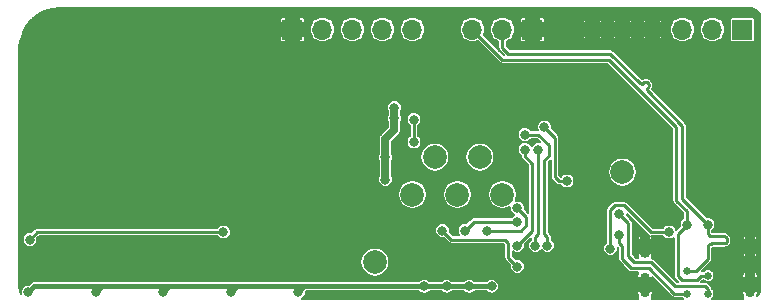
<source format=gbr>
G04 #@! TF.GenerationSoftware,KiCad,Pcbnew,(5.1.4)-1*
G04 #@! TF.CreationDate,2019-10-23T20:09:22-04:00*
G04 #@! TF.ProjectId,USB LED Daughterboard 0-2,55534220-4c45-4442-9044-617567687465,rev?*
G04 #@! TF.SameCoordinates,Original*
G04 #@! TF.FileFunction,Copper,L2,Bot*
G04 #@! TF.FilePolarity,Positive*
%FSLAX46Y46*%
G04 Gerber Fmt 4.6, Leading zero omitted, Abs format (unit mm)*
G04 Created by KiCad (PCBNEW (5.1.4)-1) date 2019-10-23 20:09:22*
%MOMM*%
%LPD*%
G04 APERTURE LIST*
G04 #@! TA.AperFunction,ComponentPad*
%ADD10O,1.700000X1.700000*%
G04 #@! TD*
G04 #@! TA.AperFunction,ComponentPad*
%ADD11R,1.700000X1.700000*%
G04 #@! TD*
G04 #@! TA.AperFunction,ComponentPad*
%ADD12C,2.000000*%
G04 #@! TD*
G04 #@! TA.AperFunction,ComponentPad*
%ADD13O,0.850000X2.050000*%
G04 #@! TD*
G04 #@! TA.AperFunction,ComponentPad*
%ADD14O,0.850000X1.850000*%
G04 #@! TD*
G04 #@! TA.AperFunction,ViaPad*
%ADD15C,0.800000*%
G04 #@! TD*
G04 #@! TA.AperFunction,ViaPad*
%ADD16C,0.635000*%
G04 #@! TD*
G04 #@! TA.AperFunction,Conductor*
%ADD17C,0.381000*%
G04 #@! TD*
G04 #@! TA.AperFunction,Conductor*
%ADD18C,0.635000*%
G04 #@! TD*
G04 #@! TA.AperFunction,Conductor*
%ADD19C,0.254000*%
G04 #@! TD*
G04 #@! TA.AperFunction,Conductor*
%ADD20C,0.250000*%
G04 #@! TD*
G04 #@! TA.AperFunction,Conductor*
%ADD21C,0.152400*%
G04 #@! TD*
G04 APERTURE END LIST*
D10*
G04 #@! TO.P,J4,5*
G04 #@! TO.N,/ALERT*
X189230000Y-102235000D03*
G04 #@! TO.P,J4,4*
G04 #@! TO.N,/SDA*
X186690000Y-102235000D03*
G04 #@! TO.P,J4,3*
G04 #@! TO.N,/SCL*
X184150000Y-102235000D03*
G04 #@! TO.P,J4,2*
G04 #@! TO.N,+3V3*
X181610000Y-102235000D03*
D11*
G04 #@! TO.P,J4,1*
G04 #@! TO.N,GND*
X179070000Y-102235000D03*
G04 #@! TD*
D10*
G04 #@! TO.P,J3,6*
G04 #@! TO.N,GND*
X204470000Y-102235000D03*
G04 #@! TO.P,J3,5*
X207010000Y-102235000D03*
G04 #@! TO.P,J3,4*
X209550000Y-102235000D03*
G04 #@! TO.P,J3,3*
G04 #@! TO.N,/VBUS_OUT*
X212090000Y-102235000D03*
G04 #@! TO.P,J3,2*
X214630000Y-102235000D03*
D11*
G04 #@! TO.P,J3,1*
X217170000Y-102235000D03*
G04 #@! TD*
D10*
G04 #@! TO.P,J2,3*
G04 #@! TO.N,/D+*
X194310000Y-102235000D03*
G04 #@! TO.P,J2,2*
G04 #@! TO.N,/D-*
X196850000Y-102235000D03*
D11*
G04 #@! TO.P,J2,1*
G04 #@! TO.N,GND*
X199390000Y-102235000D03*
G04 #@! TD*
D12*
G04 #@! TO.P,TP6,1*
G04 #@! TO.N,/RESET*
X207010000Y-114300000D03*
G04 #@! TD*
G04 #@! TO.P,TP7,1*
G04 #@! TO.N,/CH_15*
X186055000Y-121920000D03*
G04 #@! TD*
G04 #@! TO.P,TP5,1*
G04 #@! TO.N,/ATTACH*
X196850000Y-116205000D03*
G04 #@! TD*
G04 #@! TO.P,TP4,1*
G04 #@! TO.N,/A_B*
X191135000Y-113030000D03*
G04 #@! TD*
G04 #@! TO.P,TP3,1*
G04 #@! TO.N,/GPIO*
X193040000Y-116205000D03*
G04 #@! TD*
G04 #@! TO.P,TP2,1*
G04 #@! TO.N,/PDO2*
X189230000Y-116205000D03*
G04 #@! TD*
G04 #@! TO.P,TP1,1*
G04 #@! TO.N,/PDO3*
X194945000Y-113030000D03*
G04 #@! TD*
D13*
G04 #@! TO.P,J1,S1*
G04 #@! TO.N,GND*
X208910000Y-123825000D03*
X217810000Y-123825000D03*
D14*
X208910000Y-120625000D03*
X217810000Y-120625000D03*
G04 #@! TD*
D15*
G04 #@! TO.N,GND*
X205105000Y-109982000D03*
X205105000Y-110998000D03*
X201549000Y-124079000D03*
X203581000Y-124079000D03*
X201803000Y-117348000D03*
X201803000Y-118999000D03*
X203327000Y-118999000D03*
X203327000Y-117348000D03*
X202565000Y-118110000D03*
X213360000Y-116586004D03*
X187325000Y-116840000D03*
X208915000Y-117856000D03*
X208915000Y-116205000D03*
X180340000Y-114935000D03*
X180340000Y-115887500D03*
X180340000Y-113982500D03*
X181292500Y-114935000D03*
X181292500Y-113982500D03*
X182245000Y-113982500D03*
X179387500Y-115887500D03*
X198628000Y-109093000D03*
X198628000Y-107950000D03*
X198628000Y-106807000D03*
X197612000Y-106807000D03*
X197612000Y-107950000D03*
X197612000Y-109093000D03*
X196596000Y-109093000D03*
X196596000Y-107950000D03*
X196596000Y-106807000D03*
X198628000Y-105791000D03*
X197612000Y-105791000D03*
X196596000Y-105791000D03*
X199644000Y-105791000D03*
X200660000Y-105791000D03*
X195580000Y-107950000D03*
X195580000Y-109093000D03*
X194564000Y-109093000D03*
X194564000Y-107950000D03*
X194564000Y-106807000D03*
X194564000Y-105791000D03*
X185293000Y-109093000D03*
X185293000Y-107950000D03*
X185293000Y-106807000D03*
X184277000Y-109093000D03*
X184277000Y-107950000D03*
X184277000Y-106807000D03*
X184277000Y-105791000D03*
X183261000Y-105791000D03*
X183261000Y-106807000D03*
X183261000Y-107950000D03*
X183261000Y-109093000D03*
G04 #@! TO.N,+3V3*
X186944000Y-113030000D03*
X186944000Y-114935000D03*
X190220500Y-123977500D03*
X192125500Y-123977500D03*
X194030500Y-123977500D03*
X195935500Y-123977500D03*
X162433000Y-124460000D03*
X156718000Y-124460000D03*
X168148000Y-124460000D03*
X173863000Y-124460000D03*
X179578000Y-124460000D03*
X187706000Y-108839000D03*
X187706000Y-109728000D03*
D16*
G04 #@! TO.N,/D-*
X212471000Y-122682000D03*
D15*
X214249000Y-118745000D03*
G04 #@! TO.N,/D+*
X212471000Y-118745000D03*
D16*
X214249000Y-123063000D03*
D15*
G04 #@! TO.N,/PDO3*
X195580000Y-119253000D03*
X198120000Y-117348000D03*
G04 #@! TO.N,/A_B*
X198120000Y-122301000D03*
X191770000Y-119253000D03*
G04 #@! TO.N,/GPIO*
X198120000Y-118491000D03*
X193675000Y-119253000D03*
G04 #@! TO.N,/SDA*
X189357000Y-109855000D03*
X189357000Y-111760056D03*
G04 #@! TO.N,/ALERT*
X200660000Y-120523000D03*
X198755000Y-111125000D03*
G04 #@! TO.N,Net-(R2-Pad1)*
X199644000Y-120523000D03*
X199898000Y-112395000D03*
G04 #@! TO.N,Net-(R9-Pad1)*
X198120000Y-120522990D03*
X198755000Y-112395000D03*
G04 #@! TO.N,Net-(R11-Pad2)*
X202311000Y-115062000D03*
X200406000Y-110490000D03*
G04 #@! TO.N,Net-(R22-Pad2)*
X173228000Y-119380000D03*
X156845000Y-120015000D03*
D16*
G04 #@! TO.N,/CC1*
X212471000Y-124587000D03*
D15*
X206756000Y-119634000D03*
D16*
G04 #@! TO.N,/CC2*
X214249000Y-124587000D03*
D15*
X206756000Y-117856000D03*
G04 #@! TO.N,/VBUS_IN*
X205994000Y-120777000D03*
X210947000Y-119380000D03*
G04 #@! TD*
D17*
G04 #@! TO.N,+3V3*
X162915500Y-123977500D02*
X162433000Y-124460000D01*
X163169500Y-123977500D02*
X162915500Y-123977500D01*
X163169500Y-123977500D02*
X157734000Y-123977500D01*
X157734000Y-123977500D02*
X157200500Y-123977500D01*
X157200500Y-123977500D02*
X156718000Y-124460000D01*
X168630500Y-123977500D02*
X168148000Y-124460000D01*
X168884500Y-123977500D02*
X168630500Y-123977500D01*
X168884500Y-123977500D02*
X163169500Y-123977500D01*
X174345500Y-123977500D02*
X173863000Y-124460000D01*
X174523500Y-123977500D02*
X174345500Y-123977500D01*
X174523500Y-123977500D02*
X168884500Y-123977500D01*
X180060500Y-123977500D02*
X179578000Y-124460000D01*
X180187500Y-123977500D02*
X180060500Y-123977500D01*
X180187500Y-123977500D02*
X174523500Y-123977500D01*
X195935500Y-123977500D02*
X180187500Y-123977500D01*
D18*
X186944000Y-114935000D02*
X186944000Y-111506000D01*
X186944000Y-111506000D02*
X187706000Y-110744000D01*
X187706000Y-110744000D02*
X187706000Y-109728000D01*
X187706000Y-108839000D02*
X187706000Y-108839000D01*
X187706000Y-109728000D02*
X187706000Y-108839000D01*
D19*
G04 #@! TO.N,/D-*
X215881675Y-120109646D02*
X215889297Y-120042000D01*
X214421099Y-119707894D02*
X214363459Y-119671676D01*
X215717197Y-120315894D02*
X215774837Y-120279676D01*
X214553000Y-120346000D02*
X215585297Y-120346000D01*
X214421099Y-120376105D02*
X214485353Y-120353621D01*
X215652943Y-120338378D02*
X215717197Y-120315894D01*
X214485353Y-119730378D02*
X214421099Y-119707894D01*
X214315323Y-120460459D02*
X214363459Y-120412323D01*
X215822973Y-119852459D02*
X215774837Y-119804323D01*
X214363459Y-120412323D02*
X214421099Y-120376105D01*
X215822973Y-120231540D02*
X215859191Y-120173900D01*
X215859191Y-120173900D02*
X215881675Y-120109646D01*
X214279105Y-120518099D02*
X214315323Y-120460459D01*
X214249000Y-120650000D02*
X214256621Y-120582353D01*
X215881675Y-119974353D02*
X215859191Y-119910099D01*
X214279105Y-119565900D02*
X214256621Y-119501646D01*
X215774837Y-120279676D02*
X215822973Y-120231540D01*
X215652943Y-119745621D02*
X215585297Y-119738000D01*
X215585297Y-119738000D02*
X214553000Y-119738000D01*
X214553000Y-119738000D02*
X214485353Y-119730378D01*
X214256621Y-119501646D02*
X214249000Y-119434000D01*
X214249000Y-119434000D02*
X214249000Y-118745000D01*
X215889297Y-120042000D02*
X215881675Y-119974353D01*
X212471000Y-122682000D02*
X213233000Y-122682000D01*
X215585297Y-120346000D02*
X215652943Y-120338378D01*
X214249000Y-121666000D02*
X214249000Y-120650000D01*
X213233000Y-122682000D02*
X214249000Y-121666000D01*
X214363459Y-119671676D02*
X214315323Y-119623540D01*
X215717197Y-119768105D02*
X215652943Y-119745621D01*
X214315323Y-119623540D02*
X214279105Y-119565900D01*
X215774837Y-119804323D02*
X215717197Y-119768105D01*
X214256621Y-120582353D02*
X214279105Y-120518099D01*
X214485353Y-120353621D02*
X214553000Y-120346000D01*
X215859191Y-119910099D02*
X215822973Y-119852459D01*
X205994000Y-104267000D02*
X197358000Y-104267000D01*
X208469584Y-106742584D02*
X205994000Y-104267000D01*
X208560234Y-106799543D02*
X208511700Y-106776170D01*
X208612752Y-106811530D02*
X208560234Y-106799543D01*
X208719138Y-106799543D02*
X208666620Y-106811530D01*
X208851905Y-106708997D02*
X208767672Y-106776170D01*
X208900439Y-106685625D02*
X208851905Y-106708997D01*
X197358000Y-104267000D02*
X196850000Y-103759000D01*
X209006826Y-106673638D02*
X208952957Y-106673638D01*
X208767672Y-106776170D02*
X208719138Y-106799543D01*
X209059344Y-106685625D02*
X209006826Y-106673638D01*
X209107878Y-106708997D02*
X209059344Y-106685625D01*
X209149994Y-106742584D02*
X209107878Y-106708997D01*
X209169000Y-106761590D02*
X209149994Y-106742584D01*
X209112040Y-107351349D02*
X209100053Y-107298831D01*
X208666620Y-106811530D02*
X208612752Y-106811530D01*
X209225959Y-106852240D02*
X209202586Y-106803706D01*
X209169000Y-107442000D02*
X209135413Y-107399883D01*
X209202586Y-106803706D02*
X209169000Y-106761590D01*
X212090000Y-110363000D02*
X209169000Y-107442000D01*
X208952957Y-106673638D02*
X208900439Y-106685625D01*
X214249000Y-118745000D02*
X212090000Y-116586000D01*
X196850000Y-103759000D02*
X196850000Y-102235000D01*
X209100053Y-107244963D02*
X209112040Y-107192445D01*
X209135413Y-107399883D02*
X209112040Y-107351349D01*
X212090000Y-116586000D02*
X212090000Y-110363000D01*
X209112040Y-107192445D02*
X209135413Y-107143911D01*
X208511700Y-106776170D02*
X208469584Y-106742584D01*
X209135413Y-107143911D02*
X209202586Y-107059678D01*
X209237946Y-106958626D02*
X209237946Y-106904758D01*
X209202586Y-107059678D02*
X209225959Y-107011144D01*
X209225959Y-107011144D02*
X209237946Y-106958626D01*
X209100053Y-107298831D02*
X209100053Y-107244963D01*
X209237946Y-106904758D02*
X209225959Y-106852240D01*
G04 #@! TO.N,/D+*
X211709000Y-119507000D02*
X212471000Y-118745000D01*
X211709000Y-123063000D02*
X211709000Y-119507000D01*
X212090000Y-123444000D02*
X211709000Y-123063000D01*
X213302315Y-123444000D02*
X212090000Y-123444000D01*
X213683315Y-123063000D02*
X213302315Y-123444000D01*
X214249000Y-123063000D02*
X213683315Y-123063000D01*
X196850000Y-104775000D02*
X194310000Y-102235000D01*
X205867000Y-104775000D02*
X196850000Y-104775000D01*
X211582000Y-110490000D02*
X205867000Y-104775000D01*
X211582000Y-116713000D02*
X211582000Y-110490000D01*
X212471000Y-118745000D02*
X212471000Y-117602000D01*
X212471000Y-117602000D02*
X211582000Y-116713000D01*
G04 #@! TO.N,/PDO3*
X195580000Y-119253000D02*
X198405750Y-119253000D01*
X198405750Y-119253000D02*
X198882000Y-118776750D01*
X198882000Y-118110000D02*
X198882000Y-118776750D01*
X198120000Y-117348000D02*
X198882000Y-118110000D01*
G04 #@! TO.N,/A_B*
X197358000Y-121539000D02*
X198120000Y-122301000D01*
X197358000Y-120269000D02*
X197358000Y-121539000D01*
X197104000Y-120015000D02*
X197358000Y-120269000D01*
X191770000Y-119253000D02*
X192532000Y-120015000D01*
X192532000Y-120015000D02*
X197104000Y-120015000D01*
G04 #@! TO.N,/GPIO*
X193675000Y-119253000D02*
X194437000Y-118491000D01*
X194437000Y-118491000D02*
X198120000Y-118491000D01*
G04 #@! TO.N,/SDA*
X189357000Y-109855000D02*
X189357000Y-111760056D01*
G04 #@! TO.N,/ALERT*
X200660000Y-119761000D02*
X200406000Y-119507000D01*
X200406000Y-119507000D02*
X200406000Y-113411000D01*
X200660000Y-120523000D02*
X200660000Y-119761000D01*
X200406000Y-113411000D02*
X200406000Y-113284000D01*
X200406000Y-113284000D02*
X200787000Y-112903000D01*
X200787000Y-112903000D02*
X200787000Y-112014000D01*
X199595922Y-111125000D02*
X198755000Y-111125000D01*
X200787000Y-112014000D02*
X199898000Y-111125000D01*
X199898000Y-111125000D02*
X199595922Y-111125000D01*
G04 #@! TO.N,Net-(R2-Pad1)*
X199644000Y-119761000D02*
X199644000Y-120523000D01*
X199898000Y-119507000D02*
X199644000Y-119761000D01*
X199898000Y-112395000D02*
X199898000Y-119507000D01*
G04 #@! TO.N,Net-(R9-Pad1)*
X199390000Y-119252990D02*
X198120000Y-120522990D01*
X199390000Y-113595685D02*
X199390000Y-119252990D01*
X198755000Y-112960685D02*
X199390000Y-113595685D01*
X198755000Y-112395000D02*
X198755000Y-112960685D01*
G04 #@! TO.N,Net-(R11-Pad2)*
X201295000Y-111379000D02*
X200406000Y-110490000D01*
X201295000Y-114681000D02*
X201295000Y-111379000D01*
X201676000Y-115062000D02*
X201295000Y-114681000D01*
X202311000Y-115062000D02*
X201676000Y-115062000D01*
D20*
G04 #@! TO.N,Net-(R22-Pad2)*
X173228000Y-119380000D02*
X157480000Y-119380000D01*
X157480000Y-119380000D02*
X156845000Y-120015000D01*
D19*
G04 #@! TO.N,/CC1*
X209249829Y-122428000D02*
X211408829Y-124587000D01*
X207772000Y-122428000D02*
X209249829Y-122428000D01*
X211408829Y-124587000D02*
X212471000Y-124587000D01*
X207010000Y-121666000D02*
X207772000Y-122428000D01*
X207010000Y-120523000D02*
X207010000Y-121666000D01*
X206756000Y-120269000D02*
X207010000Y-120523000D01*
X206756000Y-119634000D02*
X206756000Y-120269000D01*
G04 #@! TO.N,/CC2*
X207518000Y-121412000D02*
X207518000Y-118618000D01*
X207518000Y-118618000D02*
X206756000Y-117856000D01*
X214249000Y-124177158D02*
X214023842Y-123952000D01*
X214249000Y-124587000D02*
X214249000Y-124177158D01*
X214023842Y-123952000D02*
X211455000Y-123952000D01*
X209423000Y-121920000D02*
X208026000Y-121920000D01*
X211455000Y-123952000D02*
X209423000Y-121920000D01*
X208026000Y-121920000D02*
X207518000Y-121412000D01*
G04 #@! TO.N,/VBUS_IN*
X205994000Y-120777000D02*
X205994000Y-120211315D01*
X205994000Y-120211315D02*
X205994000Y-117475000D01*
X205994000Y-117475000D02*
X206375000Y-117094000D01*
X206375000Y-117094000D02*
X207137000Y-117094000D01*
X207137000Y-117094000D02*
X208153000Y-118110000D01*
X208153000Y-118110000D02*
X209423000Y-119380000D01*
X209423000Y-119380000D02*
X210947000Y-119380000D01*
G04 #@! TD*
D21*
G04 #@! TO.N,GND*
G36*
X217977323Y-100412224D02*
G01*
X218143075Y-100462268D01*
X218295953Y-100543554D01*
X218430133Y-100652989D01*
X218540501Y-100786401D01*
X218622850Y-100938703D01*
X218674053Y-101104110D01*
X218694000Y-101293897D01*
X218694001Y-124123852D01*
X218675276Y-124314823D01*
X218625234Y-124480571D01*
X218543946Y-124633453D01*
X218434511Y-124767633D01*
X218368802Y-124821993D01*
X218368802Y-124792854D01*
X218403630Y-124740456D01*
X218453766Y-124618583D01*
X218479162Y-124489271D01*
X218423828Y-124383800D01*
X218158800Y-124383800D01*
X218158800Y-124403800D01*
X217461200Y-124403800D01*
X217461200Y-124383800D01*
X217196172Y-124383800D01*
X217140838Y-124489271D01*
X217166234Y-124618583D01*
X217216370Y-124740456D01*
X217251198Y-124792854D01*
X217251198Y-125031500D01*
X214566712Y-125031500D01*
X214597118Y-125011183D01*
X214673183Y-124935118D01*
X214732947Y-124845675D01*
X214774113Y-124746291D01*
X214795100Y-124640786D01*
X214795100Y-124533214D01*
X214774113Y-124427709D01*
X214732947Y-124328325D01*
X214673183Y-124238882D01*
X214605758Y-124171457D01*
X214604600Y-124159704D01*
X214604600Y-124159695D01*
X214599454Y-124107448D01*
X214579121Y-124040418D01*
X214546101Y-123978642D01*
X214501663Y-123924495D01*
X214488099Y-123913363D01*
X214287640Y-123712905D01*
X214276505Y-123699337D01*
X214222358Y-123654899D01*
X214160582Y-123621879D01*
X214093552Y-123601546D01*
X214041305Y-123596400D01*
X214041297Y-123596400D01*
X214023842Y-123594681D01*
X214006387Y-123596400D01*
X213652809Y-123596400D01*
X213830609Y-123418600D01*
X213832299Y-123418600D01*
X213900882Y-123487183D01*
X213990325Y-123546947D01*
X214089709Y-123588113D01*
X214195214Y-123609100D01*
X214302786Y-123609100D01*
X214408291Y-123588113D01*
X214507675Y-123546947D01*
X214597118Y-123487183D01*
X214673183Y-123411118D01*
X214732947Y-123321675D01*
X214774113Y-123222291D01*
X214786358Y-123160729D01*
X217140838Y-123160729D01*
X217196172Y-123266200D01*
X217461200Y-123266200D01*
X217461200Y-122741170D01*
X218158800Y-122741170D01*
X218158800Y-123266200D01*
X218423828Y-123266200D01*
X218479162Y-123160729D01*
X218453766Y-123031417D01*
X218403630Y-122909544D01*
X218330681Y-122799794D01*
X218240975Y-122733621D01*
X218158800Y-122741170D01*
X217461200Y-122741170D01*
X217379025Y-122733621D01*
X217289319Y-122799794D01*
X217216370Y-122909544D01*
X217166234Y-123031417D01*
X217140838Y-123160729D01*
X214786358Y-123160729D01*
X214795100Y-123116786D01*
X214795100Y-123009214D01*
X214774113Y-122903709D01*
X214732947Y-122804325D01*
X214673183Y-122714882D01*
X214597118Y-122638817D01*
X214507675Y-122579053D01*
X214408291Y-122537887D01*
X214302786Y-122516900D01*
X214195214Y-122516900D01*
X214089709Y-122537887D01*
X213990325Y-122579053D01*
X213900882Y-122638817D01*
X213832299Y-122707400D01*
X213710493Y-122707400D01*
X214488104Y-121929790D01*
X214501662Y-121918663D01*
X214512790Y-121905104D01*
X214512795Y-121905099D01*
X214528438Y-121886038D01*
X214546101Y-121864516D01*
X214579121Y-121802740D01*
X214596957Y-121743941D01*
X214599454Y-121735711D01*
X214600855Y-121721483D01*
X214604600Y-121683463D01*
X214604600Y-121683456D01*
X214606319Y-121666000D01*
X214604600Y-121648545D01*
X214604600Y-121281312D01*
X217198963Y-121281312D01*
X217241199Y-121397516D01*
X217305294Y-121503247D01*
X217379025Y-121616379D01*
X217461200Y-121608830D01*
X217461200Y-121183800D01*
X218158800Y-121183800D01*
X218158800Y-121608830D01*
X218240975Y-121616379D01*
X218314706Y-121503247D01*
X218378801Y-121397516D01*
X218421037Y-121281312D01*
X218380817Y-121183800D01*
X218158800Y-121183800D01*
X217461200Y-121183800D01*
X217239183Y-121183800D01*
X217198963Y-121281312D01*
X214604600Y-121281312D01*
X214604600Y-120701600D01*
X215552797Y-120701600D01*
X215555265Y-120702055D01*
X215587717Y-120701600D01*
X215602760Y-120701600D01*
X215605257Y-120701354D01*
X215607759Y-120701319D01*
X215622659Y-120699640D01*
X215655007Y-120696454D01*
X215657414Y-120695724D01*
X215680365Y-120693138D01*
X215702895Y-120692189D01*
X215732080Y-120685095D01*
X215761453Y-120678823D01*
X215782160Y-120669904D01*
X215822876Y-120655656D01*
X215844626Y-120649719D01*
X215871513Y-120636303D01*
X215898744Y-120623656D01*
X215916938Y-120610360D01*
X215953480Y-120587398D01*
X215973352Y-120576776D01*
X215996564Y-120557726D01*
X216020315Y-120539324D01*
X216035096Y-120522310D01*
X216065602Y-120491804D01*
X216082621Y-120477019D01*
X216101022Y-120453270D01*
X216120074Y-120430055D01*
X216130699Y-120410176D01*
X216153652Y-120373648D01*
X216166953Y-120355448D01*
X216179607Y-120328202D01*
X216193016Y-120301329D01*
X216198953Y-120279581D01*
X216213202Y-120238860D01*
X216222120Y-120218156D01*
X216228393Y-120188777D01*
X216235485Y-120159599D01*
X216236434Y-120137078D01*
X216241265Y-120094200D01*
X216245352Y-120072033D01*
X216244931Y-120042000D01*
X216245352Y-120011968D01*
X216241265Y-119989802D01*
X216238887Y-119968688D01*
X217198963Y-119968688D01*
X217239183Y-120066200D01*
X217461200Y-120066200D01*
X217461200Y-119641170D01*
X218158800Y-119641170D01*
X218158800Y-120066200D01*
X218380817Y-120066200D01*
X218421037Y-119968688D01*
X218378801Y-119852484D01*
X218314706Y-119746753D01*
X218240975Y-119633621D01*
X218158800Y-119641170D01*
X217461200Y-119641170D01*
X217379025Y-119633621D01*
X217305294Y-119746753D01*
X217241199Y-119852484D01*
X217198963Y-119968688D01*
X216238887Y-119968688D01*
X216236434Y-119946923D01*
X216235485Y-119924400D01*
X216228392Y-119895218D01*
X216222120Y-119865843D01*
X216213200Y-119845135D01*
X216198953Y-119804418D01*
X216193016Y-119782670D01*
X216179607Y-119755797D01*
X216166953Y-119728551D01*
X216153648Y-119710346D01*
X216130699Y-119673823D01*
X216120074Y-119653944D01*
X216101022Y-119630729D01*
X216082621Y-119606980D01*
X216065602Y-119592195D01*
X216035096Y-119561689D01*
X216020315Y-119544675D01*
X215996564Y-119526273D01*
X215973352Y-119507223D01*
X215953480Y-119496601D01*
X215916938Y-119473639D01*
X215898744Y-119460343D01*
X215871513Y-119447696D01*
X215844626Y-119434280D01*
X215822876Y-119428343D01*
X215782155Y-119414094D01*
X215761448Y-119405175D01*
X215732082Y-119398905D01*
X215702895Y-119391810D01*
X215680363Y-119390861D01*
X215657412Y-119388276D01*
X215655007Y-119387546D01*
X215622633Y-119384357D01*
X215607753Y-119382681D01*
X215605258Y-119382646D01*
X215602760Y-119382400D01*
X215587712Y-119382400D01*
X215555260Y-119381945D01*
X215552792Y-119382400D01*
X214604600Y-119382400D01*
X214604600Y-119263407D01*
X214649709Y-119233266D01*
X214737266Y-119145709D01*
X214806059Y-119042754D01*
X214853444Y-118928356D01*
X214877600Y-118806912D01*
X214877600Y-118683088D01*
X214853444Y-118561644D01*
X214806059Y-118447246D01*
X214737266Y-118344291D01*
X214649709Y-118256734D01*
X214546754Y-118187941D01*
X214432356Y-118140556D01*
X214310912Y-118116400D01*
X214187088Y-118116400D01*
X214133878Y-118126984D01*
X212445600Y-116438707D01*
X212445600Y-110380455D01*
X212447319Y-110363000D01*
X212445600Y-110345545D01*
X212445600Y-110345537D01*
X212440454Y-110293290D01*
X212420121Y-110226260D01*
X212387101Y-110164484D01*
X212342663Y-110110337D01*
X212329100Y-110099206D01*
X209494274Y-107264381D01*
X209503709Y-107248888D01*
X209520046Y-107223679D01*
X209528381Y-107202731D01*
X209540929Y-107176674D01*
X209552114Y-107157090D01*
X209561643Y-107128581D01*
X209571952Y-107100395D01*
X209575416Y-107078124D01*
X209581855Y-107049912D01*
X209588400Y-107028336D01*
X209591345Y-106998434D01*
X209595125Y-106968648D01*
X209593546Y-106946168D01*
X209593546Y-106917216D01*
X209595125Y-106894736D01*
X209591345Y-106864945D01*
X209588400Y-106835049D01*
X209581856Y-106813476D01*
X209575416Y-106785260D01*
X209571952Y-106762989D01*
X209561643Y-106734803D01*
X209552114Y-106706294D01*
X209540929Y-106686710D01*
X209528381Y-106660653D01*
X209520046Y-106639705D01*
X209503709Y-106614496D01*
X209488087Y-106588842D01*
X209472831Y-106572245D01*
X209467286Y-106565292D01*
X209466101Y-106563075D01*
X209445493Y-106537965D01*
X209436132Y-106526226D01*
X209434384Y-106524429D01*
X209432795Y-106522492D01*
X209424426Y-106514123D01*
X209423002Y-106512055D01*
X209411110Y-106500491D01*
X209399534Y-106488586D01*
X209397462Y-106487159D01*
X209389092Y-106478789D01*
X209387161Y-106477204D01*
X209385362Y-106475455D01*
X209373587Y-106466065D01*
X209348509Y-106445484D01*
X209346298Y-106444302D01*
X209339327Y-106438743D01*
X209322736Y-106423493D01*
X209297094Y-106407879D01*
X209271883Y-106391540D01*
X209250938Y-106383206D01*
X209224865Y-106370650D01*
X209205290Y-106359470D01*
X209176800Y-106349947D01*
X209148589Y-106339630D01*
X209126318Y-106336167D01*
X209098112Y-106329729D01*
X209076536Y-106323184D01*
X209046634Y-106320239D01*
X209016847Y-106316459D01*
X208994367Y-106318038D01*
X208965415Y-106318038D01*
X208942935Y-106316459D01*
X208913147Y-106320239D01*
X208883247Y-106323184D01*
X208861671Y-106329729D01*
X208833466Y-106336167D01*
X208811194Y-106339630D01*
X208782983Y-106349947D01*
X208754493Y-106359470D01*
X208734918Y-106370650D01*
X208708853Y-106383202D01*
X208687904Y-106391537D01*
X208662685Y-106407881D01*
X208647203Y-106417308D01*
X206257799Y-104027906D01*
X206246663Y-104014337D01*
X206192516Y-103969899D01*
X206130740Y-103936879D01*
X206063710Y-103916546D01*
X206011463Y-103911400D01*
X206011455Y-103911400D01*
X205994000Y-103909681D01*
X205976545Y-103911400D01*
X197505295Y-103911400D01*
X197205600Y-103611707D01*
X197205600Y-103254263D01*
X197264759Y-103236317D01*
X197452137Y-103136162D01*
X197514477Y-103085000D01*
X198310294Y-103085000D01*
X198314708Y-103129813D01*
X198327779Y-103172905D01*
X198349006Y-103212618D01*
X198377573Y-103247427D01*
X198412382Y-103275994D01*
X198452095Y-103297221D01*
X198495187Y-103310292D01*
X198540000Y-103314706D01*
X198774050Y-103313600D01*
X198831200Y-103256450D01*
X198831200Y-102793800D01*
X199948800Y-102793800D01*
X199948800Y-103256450D01*
X200005950Y-103313600D01*
X200240000Y-103314706D01*
X200284813Y-103310292D01*
X200327905Y-103297221D01*
X200367618Y-103275994D01*
X200402427Y-103247427D01*
X200430994Y-103212618D01*
X200452221Y-103172905D01*
X200465292Y-103129813D01*
X200469706Y-103085000D01*
X200468600Y-102850950D01*
X200411450Y-102793800D01*
X203604554Y-102793800D01*
X203646178Y-102931246D01*
X203773759Y-103058788D01*
X203911200Y-103090045D01*
X203911200Y-102793800D01*
X205028800Y-102793800D01*
X205028800Y-103090045D01*
X205166241Y-103058788D01*
X205293822Y-102931246D01*
X205335446Y-102793800D01*
X206144554Y-102793800D01*
X206186178Y-102931246D01*
X206313759Y-103058788D01*
X206451200Y-103090045D01*
X206451200Y-102793800D01*
X207568800Y-102793800D01*
X207568800Y-103090045D01*
X207706241Y-103058788D01*
X207833822Y-102931246D01*
X207875446Y-102793800D01*
X208684554Y-102793800D01*
X208726178Y-102931246D01*
X208853759Y-103058788D01*
X208991200Y-103090045D01*
X208991200Y-102793800D01*
X210108800Y-102793800D01*
X210108800Y-103090045D01*
X210246241Y-103058788D01*
X210373822Y-102931246D01*
X210415446Y-102793800D01*
X210108800Y-102793800D01*
X208991200Y-102793800D01*
X208684554Y-102793800D01*
X207875446Y-102793800D01*
X207568800Y-102793800D01*
X206451200Y-102793800D01*
X206144554Y-102793800D01*
X205335446Y-102793800D01*
X205028800Y-102793800D01*
X203911200Y-102793800D01*
X203604554Y-102793800D01*
X200411450Y-102793800D01*
X199948800Y-102793800D01*
X198831200Y-102793800D01*
X198368550Y-102793800D01*
X198311400Y-102850950D01*
X198310294Y-103085000D01*
X197514477Y-103085000D01*
X197616375Y-103001375D01*
X197751162Y-102837137D01*
X197851317Y-102649759D01*
X197912993Y-102446442D01*
X197933818Y-102235000D01*
X211006182Y-102235000D01*
X211027007Y-102446442D01*
X211088683Y-102649759D01*
X211188838Y-102837137D01*
X211323625Y-103001375D01*
X211487863Y-103136162D01*
X211675241Y-103236317D01*
X211878558Y-103297993D01*
X212037020Y-103313600D01*
X212142980Y-103313600D01*
X212301442Y-103297993D01*
X212504759Y-103236317D01*
X212692137Y-103136162D01*
X212856375Y-103001375D01*
X212991162Y-102837137D01*
X213091317Y-102649759D01*
X213152993Y-102446442D01*
X213173818Y-102235000D01*
X213546182Y-102235000D01*
X213567007Y-102446442D01*
X213628683Y-102649759D01*
X213728838Y-102837137D01*
X213863625Y-103001375D01*
X214027863Y-103136162D01*
X214215241Y-103236317D01*
X214418558Y-103297993D01*
X214577020Y-103313600D01*
X214682980Y-103313600D01*
X214841442Y-103297993D01*
X215044759Y-103236317D01*
X215232137Y-103136162D01*
X215396375Y-103001375D01*
X215531162Y-102837137D01*
X215631317Y-102649759D01*
X215692993Y-102446442D01*
X215713818Y-102235000D01*
X215692993Y-102023558D01*
X215631317Y-101820241D01*
X215531162Y-101632863D01*
X215396375Y-101468625D01*
X215294478Y-101385000D01*
X216090294Y-101385000D01*
X216090294Y-103085000D01*
X216094708Y-103129813D01*
X216107779Y-103172905D01*
X216129006Y-103212618D01*
X216157573Y-103247427D01*
X216192382Y-103275994D01*
X216232095Y-103297221D01*
X216275187Y-103310292D01*
X216320000Y-103314706D01*
X218020000Y-103314706D01*
X218064813Y-103310292D01*
X218107905Y-103297221D01*
X218147618Y-103275994D01*
X218182427Y-103247427D01*
X218210994Y-103212618D01*
X218232221Y-103172905D01*
X218245292Y-103129813D01*
X218249706Y-103085000D01*
X218249706Y-101385000D01*
X218245292Y-101340187D01*
X218232221Y-101297095D01*
X218210994Y-101257382D01*
X218182427Y-101222573D01*
X218147618Y-101194006D01*
X218107905Y-101172779D01*
X218064813Y-101159708D01*
X218020000Y-101155294D01*
X216320000Y-101155294D01*
X216275187Y-101159708D01*
X216232095Y-101172779D01*
X216192382Y-101194006D01*
X216157573Y-101222573D01*
X216129006Y-101257382D01*
X216107779Y-101297095D01*
X216094708Y-101340187D01*
X216090294Y-101385000D01*
X215294478Y-101385000D01*
X215232137Y-101333838D01*
X215044759Y-101233683D01*
X214841442Y-101172007D01*
X214682980Y-101156400D01*
X214577020Y-101156400D01*
X214418558Y-101172007D01*
X214215241Y-101233683D01*
X214027863Y-101333838D01*
X213863625Y-101468625D01*
X213728838Y-101632863D01*
X213628683Y-101820241D01*
X213567007Y-102023558D01*
X213546182Y-102235000D01*
X213173818Y-102235000D01*
X213152993Y-102023558D01*
X213091317Y-101820241D01*
X212991162Y-101632863D01*
X212856375Y-101468625D01*
X212692137Y-101333838D01*
X212504759Y-101233683D01*
X212301442Y-101172007D01*
X212142980Y-101156400D01*
X212037020Y-101156400D01*
X211878558Y-101172007D01*
X211675241Y-101233683D01*
X211487863Y-101333838D01*
X211323625Y-101468625D01*
X211188838Y-101632863D01*
X211088683Y-101820241D01*
X211027007Y-102023558D01*
X211006182Y-102235000D01*
X197933818Y-102235000D01*
X197912993Y-102023558D01*
X197851317Y-101820241D01*
X197751162Y-101632863D01*
X197616375Y-101468625D01*
X197514478Y-101385000D01*
X198310294Y-101385000D01*
X198311400Y-101619050D01*
X198368550Y-101676200D01*
X198831200Y-101676200D01*
X198831200Y-101213550D01*
X199948800Y-101213550D01*
X199948800Y-101676200D01*
X200411450Y-101676200D01*
X203604554Y-101676200D01*
X203911200Y-101676200D01*
X205028800Y-101676200D01*
X205335446Y-101676200D01*
X206144554Y-101676200D01*
X206451200Y-101676200D01*
X207568800Y-101676200D01*
X207875446Y-101676200D01*
X208684554Y-101676200D01*
X208991200Y-101676200D01*
X210108800Y-101676200D01*
X210415446Y-101676200D01*
X210373822Y-101538754D01*
X210246241Y-101411212D01*
X210108800Y-101379955D01*
X210108800Y-101676200D01*
X208991200Y-101676200D01*
X208991200Y-101379955D01*
X208853759Y-101411212D01*
X208726178Y-101538754D01*
X208684554Y-101676200D01*
X207875446Y-101676200D01*
X207833822Y-101538754D01*
X207706241Y-101411212D01*
X207568800Y-101379955D01*
X207568800Y-101676200D01*
X206451200Y-101676200D01*
X206451200Y-101379955D01*
X206313759Y-101411212D01*
X206186178Y-101538754D01*
X206144554Y-101676200D01*
X205335446Y-101676200D01*
X205293822Y-101538754D01*
X205166241Y-101411212D01*
X205028800Y-101379955D01*
X205028800Y-101676200D01*
X203911200Y-101676200D01*
X203911200Y-101379955D01*
X203773759Y-101411212D01*
X203646178Y-101538754D01*
X203604554Y-101676200D01*
X200411450Y-101676200D01*
X200468600Y-101619050D01*
X200469706Y-101385000D01*
X200465292Y-101340187D01*
X200452221Y-101297095D01*
X200430994Y-101257382D01*
X200402427Y-101222573D01*
X200367618Y-101194006D01*
X200327905Y-101172779D01*
X200284813Y-101159708D01*
X200240000Y-101155294D01*
X200005950Y-101156400D01*
X199948800Y-101213550D01*
X198831200Y-101213550D01*
X198774050Y-101156400D01*
X198540000Y-101155294D01*
X198495187Y-101159708D01*
X198452095Y-101172779D01*
X198412382Y-101194006D01*
X198377573Y-101222573D01*
X198349006Y-101257382D01*
X198327779Y-101297095D01*
X198314708Y-101340187D01*
X198310294Y-101385000D01*
X197514478Y-101385000D01*
X197452137Y-101333838D01*
X197264759Y-101233683D01*
X197061442Y-101172007D01*
X196902980Y-101156400D01*
X196797020Y-101156400D01*
X196638558Y-101172007D01*
X196435241Y-101233683D01*
X196247863Y-101333838D01*
X196083625Y-101468625D01*
X195948838Y-101632863D01*
X195848683Y-101820241D01*
X195787007Y-102023558D01*
X195766182Y-102235000D01*
X195787007Y-102446442D01*
X195848683Y-102649759D01*
X195948838Y-102837137D01*
X196083625Y-103001375D01*
X196247863Y-103136162D01*
X196435241Y-103236317D01*
X196494400Y-103254263D01*
X196494400Y-103741544D01*
X196492681Y-103759000D01*
X196494400Y-103776455D01*
X196494400Y-103776462D01*
X196499546Y-103828709D01*
X196519879Y-103895739D01*
X196552899Y-103957515D01*
X196597337Y-104011662D01*
X196610901Y-104022794D01*
X197007505Y-104419400D01*
X196997295Y-104419400D01*
X195282175Y-102704281D01*
X195311317Y-102649759D01*
X195372993Y-102446442D01*
X195393818Y-102235000D01*
X195372993Y-102023558D01*
X195311317Y-101820241D01*
X195211162Y-101632863D01*
X195076375Y-101468625D01*
X194912137Y-101333838D01*
X194724759Y-101233683D01*
X194521442Y-101172007D01*
X194362980Y-101156400D01*
X194257020Y-101156400D01*
X194098558Y-101172007D01*
X193895241Y-101233683D01*
X193707863Y-101333838D01*
X193543625Y-101468625D01*
X193408838Y-101632863D01*
X193308683Y-101820241D01*
X193247007Y-102023558D01*
X193226182Y-102235000D01*
X193247007Y-102446442D01*
X193308683Y-102649759D01*
X193408838Y-102837137D01*
X193543625Y-103001375D01*
X193707863Y-103136162D01*
X193895241Y-103236317D01*
X194098558Y-103297993D01*
X194257020Y-103313600D01*
X194362980Y-103313600D01*
X194521442Y-103297993D01*
X194724759Y-103236317D01*
X194779281Y-103207175D01*
X196586210Y-105014105D01*
X196597337Y-105027663D01*
X196610895Y-105038790D01*
X196610900Y-105038795D01*
X196645078Y-105066844D01*
X196651484Y-105072101D01*
X196713260Y-105105121D01*
X196780290Y-105125454D01*
X196832537Y-105130600D01*
X196832546Y-105130600D01*
X196849999Y-105132319D01*
X196867452Y-105130600D01*
X205719707Y-105130600D01*
X211226401Y-110637295D01*
X211226400Y-116695545D01*
X211224681Y-116713000D01*
X211226400Y-116730455D01*
X211226400Y-116730462D01*
X211230867Y-116775812D01*
X211231546Y-116782710D01*
X211234043Y-116790941D01*
X211251879Y-116849739D01*
X211284899Y-116911515D01*
X211329337Y-116965662D01*
X211342901Y-116976795D01*
X212115401Y-117749295D01*
X212115400Y-118226593D01*
X212070291Y-118256734D01*
X211982734Y-118344291D01*
X211913941Y-118447246D01*
X211866556Y-118561644D01*
X211842400Y-118683088D01*
X211842400Y-118806912D01*
X211852984Y-118860123D01*
X211541198Y-119171909D01*
X211504059Y-119082246D01*
X211435266Y-118979291D01*
X211347709Y-118891734D01*
X211244754Y-118822941D01*
X211130356Y-118775556D01*
X211008912Y-118751400D01*
X210885088Y-118751400D01*
X210763644Y-118775556D01*
X210649246Y-118822941D01*
X210546291Y-118891734D01*
X210458734Y-118979291D01*
X210428593Y-119024400D01*
X209570295Y-119024400D01*
X208416799Y-117870906D01*
X208416795Y-117870901D01*
X207400799Y-116854906D01*
X207389663Y-116841337D01*
X207335516Y-116796899D01*
X207273740Y-116763879D01*
X207206710Y-116743546D01*
X207154463Y-116738400D01*
X207154455Y-116738400D01*
X207137000Y-116736681D01*
X207119545Y-116738400D01*
X206392452Y-116738400D01*
X206374999Y-116736681D01*
X206357546Y-116738400D01*
X206357537Y-116738400D01*
X206305290Y-116743546D01*
X206238260Y-116763879D01*
X206176484Y-116796899D01*
X206176482Y-116796900D01*
X206176483Y-116796900D01*
X206135900Y-116830205D01*
X206135895Y-116830210D01*
X206122337Y-116841337D01*
X206111210Y-116854895D01*
X205754901Y-117211206D01*
X205741338Y-117222337D01*
X205696900Y-117276484D01*
X205681712Y-117304899D01*
X205663880Y-117338259D01*
X205643546Y-117405290D01*
X205636681Y-117475000D01*
X205638401Y-117492465D01*
X205638400Y-120228777D01*
X205638401Y-120228787D01*
X205638401Y-120258592D01*
X205593291Y-120288734D01*
X205505734Y-120376291D01*
X205436941Y-120479246D01*
X205389556Y-120593644D01*
X205365400Y-120715088D01*
X205365400Y-120838912D01*
X205389556Y-120960356D01*
X205436941Y-121074754D01*
X205505734Y-121177709D01*
X205593291Y-121265266D01*
X205696246Y-121334059D01*
X205810644Y-121381444D01*
X205932088Y-121405600D01*
X206055912Y-121405600D01*
X206177356Y-121381444D01*
X206291754Y-121334059D01*
X206394709Y-121265266D01*
X206482266Y-121177709D01*
X206551059Y-121074754D01*
X206598444Y-120960356D01*
X206622600Y-120838912D01*
X206622600Y-120715088D01*
X206603582Y-120619476D01*
X206654400Y-120670294D01*
X206654401Y-121648535D01*
X206652681Y-121666000D01*
X206659546Y-121735710D01*
X206679880Y-121802741D01*
X206679881Y-121802742D01*
X206712900Y-121864516D01*
X206757338Y-121918663D01*
X206770901Y-121929794D01*
X207508204Y-122667098D01*
X207519337Y-122680663D01*
X207573484Y-122725101D01*
X207635260Y-122758121D01*
X207702290Y-122778454D01*
X207754537Y-122783600D01*
X207754545Y-122783600D01*
X207772000Y-122785319D01*
X207789455Y-122783600D01*
X208351198Y-122783600D01*
X208351198Y-122857146D01*
X208316370Y-122909544D01*
X208266234Y-123031417D01*
X208240838Y-123160729D01*
X208296172Y-123266200D01*
X208561200Y-123266200D01*
X208561200Y-123246200D01*
X209258800Y-123246200D01*
X209258800Y-123266200D01*
X209523828Y-123266200D01*
X209544924Y-123225989D01*
X211145039Y-124826105D01*
X211156166Y-124839663D01*
X211169724Y-124850790D01*
X211169729Y-124850795D01*
X211196829Y-124873035D01*
X211210313Y-124884101D01*
X211272089Y-124917121D01*
X211292746Y-124923387D01*
X211339118Y-124937454D01*
X211346016Y-124938133D01*
X211391366Y-124942600D01*
X211391373Y-124942600D01*
X211408828Y-124944319D01*
X211426284Y-124942600D01*
X212054299Y-124942600D01*
X212122882Y-125011183D01*
X212153288Y-125031500D01*
X209468802Y-125031500D01*
X209468802Y-124792854D01*
X209503630Y-124740456D01*
X209553766Y-124618583D01*
X209579162Y-124489271D01*
X209523828Y-124383800D01*
X209258800Y-124383800D01*
X209258800Y-124403800D01*
X208561200Y-124403800D01*
X208561200Y-124383800D01*
X208296172Y-124383800D01*
X208240838Y-124489271D01*
X208266234Y-124618583D01*
X208316370Y-124740456D01*
X208351198Y-124792854D01*
X208351198Y-125031500D01*
X179840890Y-125031500D01*
X179875754Y-125017059D01*
X179978709Y-124948266D01*
X180066266Y-124860709D01*
X180135059Y-124757754D01*
X180182444Y-124643356D01*
X180206600Y-124521912D01*
X180206600Y-124424097D01*
X180234097Y-124396600D01*
X189750625Y-124396600D01*
X189819791Y-124465766D01*
X189922746Y-124534559D01*
X190037144Y-124581944D01*
X190158588Y-124606100D01*
X190282412Y-124606100D01*
X190403856Y-124581944D01*
X190518254Y-124534559D01*
X190621209Y-124465766D01*
X190690375Y-124396600D01*
X191655625Y-124396600D01*
X191724791Y-124465766D01*
X191827746Y-124534559D01*
X191942144Y-124581944D01*
X192063588Y-124606100D01*
X192187412Y-124606100D01*
X192308856Y-124581944D01*
X192423254Y-124534559D01*
X192526209Y-124465766D01*
X192595375Y-124396600D01*
X193560625Y-124396600D01*
X193629791Y-124465766D01*
X193732746Y-124534559D01*
X193847144Y-124581944D01*
X193968588Y-124606100D01*
X194092412Y-124606100D01*
X194213856Y-124581944D01*
X194328254Y-124534559D01*
X194431209Y-124465766D01*
X194500375Y-124396600D01*
X195465625Y-124396600D01*
X195534791Y-124465766D01*
X195637746Y-124534559D01*
X195752144Y-124581944D01*
X195873588Y-124606100D01*
X195997412Y-124606100D01*
X196118856Y-124581944D01*
X196233254Y-124534559D01*
X196336209Y-124465766D01*
X196423766Y-124378209D01*
X196492559Y-124275254D01*
X196539944Y-124160856D01*
X196564100Y-124039412D01*
X196564100Y-123915588D01*
X196539944Y-123794144D01*
X196492559Y-123679746D01*
X196423766Y-123576791D01*
X196336209Y-123489234D01*
X196233254Y-123420441D01*
X196118856Y-123373056D01*
X195997412Y-123348900D01*
X195873588Y-123348900D01*
X195752144Y-123373056D01*
X195637746Y-123420441D01*
X195534791Y-123489234D01*
X195465625Y-123558400D01*
X194500375Y-123558400D01*
X194431209Y-123489234D01*
X194328254Y-123420441D01*
X194213856Y-123373056D01*
X194092412Y-123348900D01*
X193968588Y-123348900D01*
X193847144Y-123373056D01*
X193732746Y-123420441D01*
X193629791Y-123489234D01*
X193560625Y-123558400D01*
X192595375Y-123558400D01*
X192526209Y-123489234D01*
X192423254Y-123420441D01*
X192308856Y-123373056D01*
X192187412Y-123348900D01*
X192063588Y-123348900D01*
X191942144Y-123373056D01*
X191827746Y-123420441D01*
X191724791Y-123489234D01*
X191655625Y-123558400D01*
X190690375Y-123558400D01*
X190621209Y-123489234D01*
X190518254Y-123420441D01*
X190403856Y-123373056D01*
X190282412Y-123348900D01*
X190158588Y-123348900D01*
X190037144Y-123373056D01*
X189922746Y-123420441D01*
X189819791Y-123489234D01*
X189750625Y-123558400D01*
X180081079Y-123558400D01*
X180060499Y-123556373D01*
X180039919Y-123558400D01*
X174366079Y-123558400D01*
X174345499Y-123556373D01*
X174324919Y-123558400D01*
X168651079Y-123558400D01*
X168630499Y-123556373D01*
X168609919Y-123558400D01*
X162936079Y-123558400D01*
X162915499Y-123556373D01*
X162894919Y-123558400D01*
X157221079Y-123558400D01*
X157200499Y-123556373D01*
X157118342Y-123564465D01*
X157039342Y-123588429D01*
X156966534Y-123627346D01*
X156902718Y-123679718D01*
X156889597Y-123695706D01*
X156753903Y-123831400D01*
X156656088Y-123831400D01*
X156534644Y-123855556D01*
X156420246Y-123902941D01*
X156317291Y-123971734D01*
X156229734Y-124059291D01*
X156160941Y-124162246D01*
X156113556Y-124276644D01*
X156089400Y-124398088D01*
X156089400Y-124521912D01*
X156113556Y-124643356D01*
X156113679Y-124643652D01*
X156109500Y-124638601D01*
X156027149Y-124486297D01*
X155975947Y-124320889D01*
X155956000Y-124131103D01*
X155956000Y-121798993D01*
X184826400Y-121798993D01*
X184826400Y-122041007D01*
X184873614Y-122278369D01*
X184966229Y-122501960D01*
X185100684Y-122703187D01*
X185271813Y-122874316D01*
X185473040Y-123008771D01*
X185696631Y-123101386D01*
X185933993Y-123148600D01*
X186176007Y-123148600D01*
X186413369Y-123101386D01*
X186636960Y-123008771D01*
X186838187Y-122874316D01*
X187009316Y-122703187D01*
X187143771Y-122501960D01*
X187236386Y-122278369D01*
X187283600Y-122041007D01*
X187283600Y-121798993D01*
X187236386Y-121561631D01*
X187143771Y-121338040D01*
X187009316Y-121136813D01*
X186838187Y-120965684D01*
X186636960Y-120831229D01*
X186413369Y-120738614D01*
X186176007Y-120691400D01*
X185933993Y-120691400D01*
X185696631Y-120738614D01*
X185473040Y-120831229D01*
X185271813Y-120965684D01*
X185100684Y-121136813D01*
X184966229Y-121338040D01*
X184873614Y-121561631D01*
X184826400Y-121798993D01*
X155956000Y-121798993D01*
X155956000Y-119953088D01*
X156216400Y-119953088D01*
X156216400Y-120076912D01*
X156240556Y-120198356D01*
X156287941Y-120312754D01*
X156356734Y-120415709D01*
X156444291Y-120503266D01*
X156547246Y-120572059D01*
X156661644Y-120619444D01*
X156783088Y-120643600D01*
X156906912Y-120643600D01*
X157028356Y-120619444D01*
X157142754Y-120572059D01*
X157245709Y-120503266D01*
X157333266Y-120415709D01*
X157402059Y-120312754D01*
X157449444Y-120198356D01*
X157473600Y-120076912D01*
X157473600Y-119953088D01*
X157462547Y-119897519D01*
X157626466Y-119733600D01*
X172708256Y-119733600D01*
X172739734Y-119780709D01*
X172827291Y-119868266D01*
X172930246Y-119937059D01*
X173044644Y-119984444D01*
X173166088Y-120008600D01*
X173289912Y-120008600D01*
X173411356Y-119984444D01*
X173525754Y-119937059D01*
X173628709Y-119868266D01*
X173716266Y-119780709D01*
X173785059Y-119677754D01*
X173832444Y-119563356D01*
X173856600Y-119441912D01*
X173856600Y-119318088D01*
X173832444Y-119196644D01*
X173830143Y-119191088D01*
X191141400Y-119191088D01*
X191141400Y-119314912D01*
X191165556Y-119436356D01*
X191212941Y-119550754D01*
X191281734Y-119653709D01*
X191369291Y-119741266D01*
X191472246Y-119810059D01*
X191586644Y-119857444D01*
X191708088Y-119881600D01*
X191831912Y-119881600D01*
X191885123Y-119871016D01*
X192268204Y-120254098D01*
X192279337Y-120267663D01*
X192292900Y-120278794D01*
X192292901Y-120278795D01*
X192302726Y-120286858D01*
X192333484Y-120312101D01*
X192395260Y-120345121D01*
X192462290Y-120365454D01*
X192514537Y-120370600D01*
X192514545Y-120370600D01*
X192532000Y-120372319D01*
X192549455Y-120370600D01*
X196956706Y-120370600D01*
X197002400Y-120416294D01*
X197002401Y-121521535D01*
X197000681Y-121539000D01*
X197007546Y-121608710D01*
X197027880Y-121675741D01*
X197030638Y-121680900D01*
X197060900Y-121737516D01*
X197105338Y-121791663D01*
X197118901Y-121802794D01*
X197501984Y-122185877D01*
X197491400Y-122239088D01*
X197491400Y-122362912D01*
X197515556Y-122484356D01*
X197562941Y-122598754D01*
X197631734Y-122701709D01*
X197719291Y-122789266D01*
X197822246Y-122858059D01*
X197936644Y-122905444D01*
X198058088Y-122929600D01*
X198181912Y-122929600D01*
X198303356Y-122905444D01*
X198417754Y-122858059D01*
X198520709Y-122789266D01*
X198608266Y-122701709D01*
X198677059Y-122598754D01*
X198724444Y-122484356D01*
X198748600Y-122362912D01*
X198748600Y-122239088D01*
X198724444Y-122117644D01*
X198677059Y-122003246D01*
X198608266Y-121900291D01*
X198520709Y-121812734D01*
X198417754Y-121743941D01*
X198303356Y-121696556D01*
X198181912Y-121672400D01*
X198058088Y-121672400D01*
X198004877Y-121682984D01*
X197713600Y-121391707D01*
X197713600Y-121005565D01*
X197719291Y-121011256D01*
X197822246Y-121080049D01*
X197936644Y-121127434D01*
X198058088Y-121151590D01*
X198181912Y-121151590D01*
X198303356Y-121127434D01*
X198417754Y-121080049D01*
X198520709Y-121011256D01*
X198608266Y-120923699D01*
X198677059Y-120820744D01*
X198724444Y-120706346D01*
X198748600Y-120584902D01*
X198748600Y-120461078D01*
X198738016Y-120407867D01*
X199288400Y-119857484D01*
X199288400Y-120004593D01*
X199243291Y-120034734D01*
X199155734Y-120122291D01*
X199086941Y-120225246D01*
X199039556Y-120339644D01*
X199015400Y-120461088D01*
X199015400Y-120584912D01*
X199039556Y-120706356D01*
X199086941Y-120820754D01*
X199155734Y-120923709D01*
X199243291Y-121011266D01*
X199346246Y-121080059D01*
X199460644Y-121127444D01*
X199582088Y-121151600D01*
X199705912Y-121151600D01*
X199827356Y-121127444D01*
X199941754Y-121080059D01*
X200044709Y-121011266D01*
X200132266Y-120923709D01*
X200152000Y-120894175D01*
X200171734Y-120923709D01*
X200259291Y-121011266D01*
X200362246Y-121080059D01*
X200476644Y-121127444D01*
X200598088Y-121151600D01*
X200721912Y-121151600D01*
X200843356Y-121127444D01*
X200957754Y-121080059D01*
X201060709Y-121011266D01*
X201148266Y-120923709D01*
X201217059Y-120820754D01*
X201264444Y-120706356D01*
X201288600Y-120584912D01*
X201288600Y-120461088D01*
X201264444Y-120339644D01*
X201217059Y-120225246D01*
X201148266Y-120122291D01*
X201060709Y-120034734D01*
X201015600Y-120004593D01*
X201015600Y-119778452D01*
X201017319Y-119760999D01*
X201015600Y-119743546D01*
X201015600Y-119743537D01*
X201010454Y-119691290D01*
X200990121Y-119624260D01*
X200985994Y-119616538D01*
X200982580Y-119610151D01*
X200957101Y-119562484D01*
X200947474Y-119550754D01*
X200923795Y-119521900D01*
X200923790Y-119521895D01*
X200912663Y-119508337D01*
X200899104Y-119497210D01*
X200761600Y-119359706D01*
X200761600Y-113431294D01*
X200939400Y-113253494D01*
X200939400Y-114663544D01*
X200937681Y-114681000D01*
X200939400Y-114698455D01*
X200939400Y-114698462D01*
X200943867Y-114743812D01*
X200944546Y-114750710D01*
X200948652Y-114764246D01*
X200964879Y-114817739D01*
X200997899Y-114879515D01*
X201042337Y-114933662D01*
X201055901Y-114944794D01*
X201412210Y-115301105D01*
X201423337Y-115314663D01*
X201436895Y-115325790D01*
X201436900Y-115325795D01*
X201471078Y-115353844D01*
X201477484Y-115359101D01*
X201539260Y-115392121D01*
X201606290Y-115412454D01*
X201658537Y-115417600D01*
X201658546Y-115417600D01*
X201675999Y-115419319D01*
X201693452Y-115417600D01*
X201792593Y-115417600D01*
X201822734Y-115462709D01*
X201910291Y-115550266D01*
X202013246Y-115619059D01*
X202127644Y-115666444D01*
X202249088Y-115690600D01*
X202372912Y-115690600D01*
X202494356Y-115666444D01*
X202608754Y-115619059D01*
X202711709Y-115550266D01*
X202799266Y-115462709D01*
X202868059Y-115359754D01*
X202915444Y-115245356D01*
X202939600Y-115123912D01*
X202939600Y-115000088D01*
X202915444Y-114878644D01*
X202868059Y-114764246D01*
X202799266Y-114661291D01*
X202711709Y-114573734D01*
X202608754Y-114504941D01*
X202494356Y-114457556D01*
X202372912Y-114433400D01*
X202249088Y-114433400D01*
X202127644Y-114457556D01*
X202013246Y-114504941D01*
X201910291Y-114573734D01*
X201822734Y-114661291D01*
X201804890Y-114687996D01*
X201650600Y-114533706D01*
X201650600Y-114178993D01*
X205781400Y-114178993D01*
X205781400Y-114421007D01*
X205828614Y-114658369D01*
X205921229Y-114881960D01*
X206055684Y-115083187D01*
X206226813Y-115254316D01*
X206428040Y-115388771D01*
X206651631Y-115481386D01*
X206888993Y-115528600D01*
X207131007Y-115528600D01*
X207368369Y-115481386D01*
X207591960Y-115388771D01*
X207793187Y-115254316D01*
X207964316Y-115083187D01*
X208098771Y-114881960D01*
X208191386Y-114658369D01*
X208238600Y-114421007D01*
X208238600Y-114178993D01*
X208191386Y-113941631D01*
X208098771Y-113718040D01*
X207964316Y-113516813D01*
X207793187Y-113345684D01*
X207591960Y-113211229D01*
X207368369Y-113118614D01*
X207131007Y-113071400D01*
X206888993Y-113071400D01*
X206651631Y-113118614D01*
X206428040Y-113211229D01*
X206226813Y-113345684D01*
X206055684Y-113516813D01*
X205921229Y-113718040D01*
X205828614Y-113941631D01*
X205781400Y-114178993D01*
X201650600Y-114178993D01*
X201650600Y-111396455D01*
X201652319Y-111379000D01*
X201650600Y-111361544D01*
X201650600Y-111361537D01*
X201645454Y-111309290D01*
X201641425Y-111296006D01*
X201637236Y-111282198D01*
X201625121Y-111242260D01*
X201592101Y-111180484D01*
X201547663Y-111126337D01*
X201534100Y-111115206D01*
X201024016Y-110605123D01*
X201034600Y-110551912D01*
X201034600Y-110428088D01*
X201010444Y-110306644D01*
X200963059Y-110192246D01*
X200894266Y-110089291D01*
X200806709Y-110001734D01*
X200703754Y-109932941D01*
X200589356Y-109885556D01*
X200467912Y-109861400D01*
X200344088Y-109861400D01*
X200222644Y-109885556D01*
X200108246Y-109932941D01*
X200005291Y-110001734D01*
X199917734Y-110089291D01*
X199848941Y-110192246D01*
X199801556Y-110306644D01*
X199777400Y-110428088D01*
X199777400Y-110551912D01*
X199801556Y-110673356D01*
X199841339Y-110769400D01*
X199273407Y-110769400D01*
X199243266Y-110724291D01*
X199155709Y-110636734D01*
X199052754Y-110567941D01*
X198938356Y-110520556D01*
X198816912Y-110496400D01*
X198693088Y-110496400D01*
X198571644Y-110520556D01*
X198457246Y-110567941D01*
X198354291Y-110636734D01*
X198266734Y-110724291D01*
X198197941Y-110827246D01*
X198150556Y-110941644D01*
X198126400Y-111063088D01*
X198126400Y-111186912D01*
X198150556Y-111308356D01*
X198197941Y-111422754D01*
X198266734Y-111525709D01*
X198354291Y-111613266D01*
X198457246Y-111682059D01*
X198571644Y-111729444D01*
X198693088Y-111753600D01*
X198816912Y-111753600D01*
X198938356Y-111729444D01*
X199052754Y-111682059D01*
X199155709Y-111613266D01*
X199243266Y-111525709D01*
X199273407Y-111480600D01*
X199750707Y-111480600D01*
X200055524Y-111785418D01*
X199959912Y-111766400D01*
X199836088Y-111766400D01*
X199714644Y-111790556D01*
X199600246Y-111837941D01*
X199497291Y-111906734D01*
X199409734Y-111994291D01*
X199340941Y-112097246D01*
X199326500Y-112132110D01*
X199312059Y-112097246D01*
X199243266Y-111994291D01*
X199155709Y-111906734D01*
X199052754Y-111837941D01*
X198938356Y-111790556D01*
X198816912Y-111766400D01*
X198693088Y-111766400D01*
X198571644Y-111790556D01*
X198457246Y-111837941D01*
X198354291Y-111906734D01*
X198266734Y-111994291D01*
X198197941Y-112097246D01*
X198150556Y-112211644D01*
X198126400Y-112333088D01*
X198126400Y-112456912D01*
X198150556Y-112578356D01*
X198197941Y-112692754D01*
X198266734Y-112795709D01*
X198354291Y-112883266D01*
X198399401Y-112913408D01*
X198399401Y-112943220D01*
X198397681Y-112960685D01*
X198404546Y-113030395D01*
X198424880Y-113097426D01*
X198436206Y-113118614D01*
X198457900Y-113159201D01*
X198502338Y-113213348D01*
X198515901Y-113224479D01*
X199034400Y-113742979D01*
X199034401Y-117759507D01*
X198738016Y-117463123D01*
X198748600Y-117409912D01*
X198748600Y-117286088D01*
X198724444Y-117164644D01*
X198677059Y-117050246D01*
X198608266Y-116947291D01*
X198520709Y-116859734D01*
X198417754Y-116790941D01*
X198303356Y-116743556D01*
X198181912Y-116719400D01*
X198058088Y-116719400D01*
X197958555Y-116739198D01*
X198031386Y-116563369D01*
X198078600Y-116326007D01*
X198078600Y-116083993D01*
X198031386Y-115846631D01*
X197938771Y-115623040D01*
X197804316Y-115421813D01*
X197633187Y-115250684D01*
X197431960Y-115116229D01*
X197208369Y-115023614D01*
X196971007Y-114976400D01*
X196728993Y-114976400D01*
X196491631Y-115023614D01*
X196268040Y-115116229D01*
X196066813Y-115250684D01*
X195895684Y-115421813D01*
X195761229Y-115623040D01*
X195668614Y-115846631D01*
X195621400Y-116083993D01*
X195621400Y-116326007D01*
X195668614Y-116563369D01*
X195761229Y-116786960D01*
X195895684Y-116988187D01*
X196066813Y-117159316D01*
X196268040Y-117293771D01*
X196491631Y-117386386D01*
X196728993Y-117433600D01*
X196971007Y-117433600D01*
X197208369Y-117386386D01*
X197431960Y-117293771D01*
X197498748Y-117249145D01*
X197491400Y-117286088D01*
X197491400Y-117409912D01*
X197515556Y-117531356D01*
X197562941Y-117645754D01*
X197631734Y-117748709D01*
X197719291Y-117836266D01*
X197822246Y-117905059D01*
X197857110Y-117919500D01*
X197822246Y-117933941D01*
X197719291Y-118002734D01*
X197631734Y-118090291D01*
X197601593Y-118135400D01*
X194454455Y-118135400D01*
X194437000Y-118133681D01*
X194419545Y-118135400D01*
X194419537Y-118135400D01*
X194367290Y-118140546D01*
X194300260Y-118160879D01*
X194238484Y-118193899D01*
X194184337Y-118238337D01*
X194173206Y-118251900D01*
X193790123Y-118634984D01*
X193736912Y-118624400D01*
X193613088Y-118624400D01*
X193491644Y-118648556D01*
X193377246Y-118695941D01*
X193274291Y-118764734D01*
X193186734Y-118852291D01*
X193117941Y-118955246D01*
X193070556Y-119069644D01*
X193046400Y-119191088D01*
X193046400Y-119314912D01*
X193070556Y-119436356D01*
X193117941Y-119550754D01*
X193186734Y-119653709D01*
X193192425Y-119659400D01*
X192679294Y-119659400D01*
X192388016Y-119368123D01*
X192398600Y-119314912D01*
X192398600Y-119191088D01*
X192374444Y-119069644D01*
X192327059Y-118955246D01*
X192258266Y-118852291D01*
X192170709Y-118764734D01*
X192067754Y-118695941D01*
X191953356Y-118648556D01*
X191831912Y-118624400D01*
X191708088Y-118624400D01*
X191586644Y-118648556D01*
X191472246Y-118695941D01*
X191369291Y-118764734D01*
X191281734Y-118852291D01*
X191212941Y-118955246D01*
X191165556Y-119069644D01*
X191141400Y-119191088D01*
X173830143Y-119191088D01*
X173785059Y-119082246D01*
X173716266Y-118979291D01*
X173628709Y-118891734D01*
X173525754Y-118822941D01*
X173411356Y-118775556D01*
X173289912Y-118751400D01*
X173166088Y-118751400D01*
X173044644Y-118775556D01*
X172930246Y-118822941D01*
X172827291Y-118891734D01*
X172739734Y-118979291D01*
X172708256Y-119026400D01*
X157497362Y-119026400D01*
X157480000Y-119024690D01*
X157462638Y-119026400D01*
X157410682Y-119031517D01*
X157344029Y-119051736D01*
X157324517Y-119062166D01*
X157282600Y-119084570D01*
X157243642Y-119116543D01*
X157228758Y-119128758D01*
X157217692Y-119142242D01*
X156962481Y-119397453D01*
X156906912Y-119386400D01*
X156783088Y-119386400D01*
X156661644Y-119410556D01*
X156547246Y-119457941D01*
X156444291Y-119526734D01*
X156356734Y-119614291D01*
X156287941Y-119717246D01*
X156240556Y-119831644D01*
X156216400Y-119953088D01*
X155956000Y-119953088D01*
X155956000Y-116083993D01*
X188001400Y-116083993D01*
X188001400Y-116326007D01*
X188048614Y-116563369D01*
X188141229Y-116786960D01*
X188275684Y-116988187D01*
X188446813Y-117159316D01*
X188648040Y-117293771D01*
X188871631Y-117386386D01*
X189108993Y-117433600D01*
X189351007Y-117433600D01*
X189588369Y-117386386D01*
X189811960Y-117293771D01*
X190013187Y-117159316D01*
X190184316Y-116988187D01*
X190318771Y-116786960D01*
X190411386Y-116563369D01*
X190458600Y-116326007D01*
X190458600Y-116083993D01*
X191811400Y-116083993D01*
X191811400Y-116326007D01*
X191858614Y-116563369D01*
X191951229Y-116786960D01*
X192085684Y-116988187D01*
X192256813Y-117159316D01*
X192458040Y-117293771D01*
X192681631Y-117386386D01*
X192918993Y-117433600D01*
X193161007Y-117433600D01*
X193398369Y-117386386D01*
X193621960Y-117293771D01*
X193823187Y-117159316D01*
X193994316Y-116988187D01*
X194128771Y-116786960D01*
X194221386Y-116563369D01*
X194268600Y-116326007D01*
X194268600Y-116083993D01*
X194221386Y-115846631D01*
X194128771Y-115623040D01*
X193994316Y-115421813D01*
X193823187Y-115250684D01*
X193621960Y-115116229D01*
X193398369Y-115023614D01*
X193161007Y-114976400D01*
X192918993Y-114976400D01*
X192681631Y-115023614D01*
X192458040Y-115116229D01*
X192256813Y-115250684D01*
X192085684Y-115421813D01*
X191951229Y-115623040D01*
X191858614Y-115846631D01*
X191811400Y-116083993D01*
X190458600Y-116083993D01*
X190411386Y-115846631D01*
X190318771Y-115623040D01*
X190184316Y-115421813D01*
X190013187Y-115250684D01*
X189811960Y-115116229D01*
X189588369Y-115023614D01*
X189351007Y-114976400D01*
X189108993Y-114976400D01*
X188871631Y-115023614D01*
X188648040Y-115116229D01*
X188446813Y-115250684D01*
X188275684Y-115421813D01*
X188141229Y-115623040D01*
X188048614Y-115846631D01*
X188001400Y-116083993D01*
X155956000Y-116083993D01*
X155956000Y-112968088D01*
X186315400Y-112968088D01*
X186315400Y-113091912D01*
X186339556Y-113213356D01*
X186386941Y-113327754D01*
X186397900Y-113344156D01*
X186397900Y-114620845D01*
X186386941Y-114637246D01*
X186339556Y-114751644D01*
X186315400Y-114873088D01*
X186315400Y-114996912D01*
X186339556Y-115118356D01*
X186386941Y-115232754D01*
X186455734Y-115335709D01*
X186543291Y-115423266D01*
X186646246Y-115492059D01*
X186760644Y-115539444D01*
X186882088Y-115563600D01*
X187005912Y-115563600D01*
X187127356Y-115539444D01*
X187241754Y-115492059D01*
X187344709Y-115423266D01*
X187432266Y-115335709D01*
X187501059Y-115232754D01*
X187548444Y-115118356D01*
X187572600Y-114996912D01*
X187572600Y-114873088D01*
X187548444Y-114751644D01*
X187501059Y-114637246D01*
X187490100Y-114620845D01*
X187490100Y-113344155D01*
X187501059Y-113327754D01*
X187548444Y-113213356D01*
X187572600Y-113091912D01*
X187572600Y-112968088D01*
X187560846Y-112908993D01*
X189906400Y-112908993D01*
X189906400Y-113151007D01*
X189953614Y-113388369D01*
X190046229Y-113611960D01*
X190180684Y-113813187D01*
X190351813Y-113984316D01*
X190553040Y-114118771D01*
X190776631Y-114211386D01*
X191013993Y-114258600D01*
X191256007Y-114258600D01*
X191493369Y-114211386D01*
X191716960Y-114118771D01*
X191918187Y-113984316D01*
X192089316Y-113813187D01*
X192223771Y-113611960D01*
X192316386Y-113388369D01*
X192363600Y-113151007D01*
X192363600Y-112908993D01*
X193716400Y-112908993D01*
X193716400Y-113151007D01*
X193763614Y-113388369D01*
X193856229Y-113611960D01*
X193990684Y-113813187D01*
X194161813Y-113984316D01*
X194363040Y-114118771D01*
X194586631Y-114211386D01*
X194823993Y-114258600D01*
X195066007Y-114258600D01*
X195303369Y-114211386D01*
X195526960Y-114118771D01*
X195728187Y-113984316D01*
X195899316Y-113813187D01*
X196033771Y-113611960D01*
X196126386Y-113388369D01*
X196173600Y-113151007D01*
X196173600Y-112908993D01*
X196126386Y-112671631D01*
X196033771Y-112448040D01*
X195899316Y-112246813D01*
X195728187Y-112075684D01*
X195526960Y-111941229D01*
X195303369Y-111848614D01*
X195066007Y-111801400D01*
X194823993Y-111801400D01*
X194586631Y-111848614D01*
X194363040Y-111941229D01*
X194161813Y-112075684D01*
X193990684Y-112246813D01*
X193856229Y-112448040D01*
X193763614Y-112671631D01*
X193716400Y-112908993D01*
X192363600Y-112908993D01*
X192316386Y-112671631D01*
X192223771Y-112448040D01*
X192089316Y-112246813D01*
X191918187Y-112075684D01*
X191716960Y-111941229D01*
X191493369Y-111848614D01*
X191256007Y-111801400D01*
X191013993Y-111801400D01*
X190776631Y-111848614D01*
X190553040Y-111941229D01*
X190351813Y-112075684D01*
X190180684Y-112246813D01*
X190046229Y-112448040D01*
X189953614Y-112671631D01*
X189906400Y-112908993D01*
X187560846Y-112908993D01*
X187548444Y-112846644D01*
X187501059Y-112732246D01*
X187490100Y-112715845D01*
X187490100Y-111732201D01*
X188073184Y-111149118D01*
X188094019Y-111132019D01*
X188162262Y-111048865D01*
X188212972Y-110953994D01*
X188244198Y-110851054D01*
X188252100Y-110770824D01*
X188252100Y-110770817D01*
X188254741Y-110744000D01*
X188252100Y-110717183D01*
X188252100Y-110042155D01*
X188263059Y-110025754D01*
X188310444Y-109911356D01*
X188333968Y-109793088D01*
X188728400Y-109793088D01*
X188728400Y-109916912D01*
X188752556Y-110038356D01*
X188799941Y-110152754D01*
X188868734Y-110255709D01*
X188956291Y-110343266D01*
X189001400Y-110373407D01*
X189001401Y-111241648D01*
X188956291Y-111271790D01*
X188868734Y-111359347D01*
X188799941Y-111462302D01*
X188752556Y-111576700D01*
X188728400Y-111698144D01*
X188728400Y-111821968D01*
X188752556Y-111943412D01*
X188799941Y-112057810D01*
X188868734Y-112160765D01*
X188956291Y-112248322D01*
X189059246Y-112317115D01*
X189173644Y-112364500D01*
X189295088Y-112388656D01*
X189418912Y-112388656D01*
X189540356Y-112364500D01*
X189654754Y-112317115D01*
X189757709Y-112248322D01*
X189845266Y-112160765D01*
X189914059Y-112057810D01*
X189961444Y-111943412D01*
X189985600Y-111821968D01*
X189985600Y-111698144D01*
X189961444Y-111576700D01*
X189914059Y-111462302D01*
X189845266Y-111359347D01*
X189757709Y-111271790D01*
X189712600Y-111241649D01*
X189712600Y-110373407D01*
X189757709Y-110343266D01*
X189845266Y-110255709D01*
X189914059Y-110152754D01*
X189961444Y-110038356D01*
X189985600Y-109916912D01*
X189985600Y-109793088D01*
X189961444Y-109671644D01*
X189914059Y-109557246D01*
X189845266Y-109454291D01*
X189757709Y-109366734D01*
X189654754Y-109297941D01*
X189540356Y-109250556D01*
X189418912Y-109226400D01*
X189295088Y-109226400D01*
X189173644Y-109250556D01*
X189059246Y-109297941D01*
X188956291Y-109366734D01*
X188868734Y-109454291D01*
X188799941Y-109557246D01*
X188752556Y-109671644D01*
X188728400Y-109793088D01*
X188333968Y-109793088D01*
X188334600Y-109789912D01*
X188334600Y-109666088D01*
X188310444Y-109544644D01*
X188263059Y-109430246D01*
X188252100Y-109413845D01*
X188252100Y-109153155D01*
X188263059Y-109136754D01*
X188310444Y-109022356D01*
X188334600Y-108900912D01*
X188334600Y-108777088D01*
X188310444Y-108655644D01*
X188263059Y-108541246D01*
X188194266Y-108438291D01*
X188106709Y-108350734D01*
X188003754Y-108281941D01*
X187889356Y-108234556D01*
X187767912Y-108210400D01*
X187644088Y-108210400D01*
X187522644Y-108234556D01*
X187408246Y-108281941D01*
X187305291Y-108350734D01*
X187217734Y-108438291D01*
X187148941Y-108541246D01*
X187101556Y-108655644D01*
X187077400Y-108777088D01*
X187077400Y-108900912D01*
X187101556Y-109022356D01*
X187148941Y-109136754D01*
X187159900Y-109153155D01*
X187159900Y-109413845D01*
X187148941Y-109430246D01*
X187101556Y-109544644D01*
X187077400Y-109666088D01*
X187077400Y-109789912D01*
X187101556Y-109911356D01*
X187148941Y-110025754D01*
X187159901Y-110042156D01*
X187159900Y-110517798D01*
X186576816Y-111100883D01*
X186555982Y-111117981D01*
X186538883Y-111138816D01*
X186538882Y-111138817D01*
X186487738Y-111201136D01*
X186437029Y-111296005D01*
X186405802Y-111398947D01*
X186395259Y-111506000D01*
X186397901Y-111532827D01*
X186397901Y-112715844D01*
X186386941Y-112732246D01*
X186339556Y-112846644D01*
X186315400Y-112968088D01*
X155956000Y-112968088D01*
X155956000Y-103841138D01*
X156023098Y-103156825D01*
X156044783Y-103085000D01*
X177990294Y-103085000D01*
X177994708Y-103129813D01*
X178007779Y-103172905D01*
X178029006Y-103212618D01*
X178057573Y-103247427D01*
X178092382Y-103275994D01*
X178132095Y-103297221D01*
X178175187Y-103310292D01*
X178220000Y-103314706D01*
X178454050Y-103313600D01*
X178511200Y-103256450D01*
X178511200Y-102793800D01*
X179628800Y-102793800D01*
X179628800Y-103256450D01*
X179685950Y-103313600D01*
X179920000Y-103314706D01*
X179964813Y-103310292D01*
X180007905Y-103297221D01*
X180047618Y-103275994D01*
X180082427Y-103247427D01*
X180110994Y-103212618D01*
X180132221Y-103172905D01*
X180145292Y-103129813D01*
X180149706Y-103085000D01*
X180148600Y-102850950D01*
X180091450Y-102793800D01*
X179628800Y-102793800D01*
X178511200Y-102793800D01*
X178048550Y-102793800D01*
X177991400Y-102850950D01*
X177990294Y-103085000D01*
X156044783Y-103085000D01*
X156216422Y-102516503D01*
X156366099Y-102235000D01*
X180526182Y-102235000D01*
X180547007Y-102446442D01*
X180608683Y-102649759D01*
X180708838Y-102837137D01*
X180843625Y-103001375D01*
X181007863Y-103136162D01*
X181195241Y-103236317D01*
X181398558Y-103297993D01*
X181557020Y-103313600D01*
X181662980Y-103313600D01*
X181821442Y-103297993D01*
X182024759Y-103236317D01*
X182212137Y-103136162D01*
X182376375Y-103001375D01*
X182511162Y-102837137D01*
X182611317Y-102649759D01*
X182672993Y-102446442D01*
X182693818Y-102235000D01*
X183066182Y-102235000D01*
X183087007Y-102446442D01*
X183148683Y-102649759D01*
X183248838Y-102837137D01*
X183383625Y-103001375D01*
X183547863Y-103136162D01*
X183735241Y-103236317D01*
X183938558Y-103297993D01*
X184097020Y-103313600D01*
X184202980Y-103313600D01*
X184361442Y-103297993D01*
X184564759Y-103236317D01*
X184752137Y-103136162D01*
X184916375Y-103001375D01*
X185051162Y-102837137D01*
X185151317Y-102649759D01*
X185212993Y-102446442D01*
X185233818Y-102235000D01*
X185606182Y-102235000D01*
X185627007Y-102446442D01*
X185688683Y-102649759D01*
X185788838Y-102837137D01*
X185923625Y-103001375D01*
X186087863Y-103136162D01*
X186275241Y-103236317D01*
X186478558Y-103297993D01*
X186637020Y-103313600D01*
X186742980Y-103313600D01*
X186901442Y-103297993D01*
X187104759Y-103236317D01*
X187292137Y-103136162D01*
X187456375Y-103001375D01*
X187591162Y-102837137D01*
X187691317Y-102649759D01*
X187752993Y-102446442D01*
X187773818Y-102235000D01*
X188146182Y-102235000D01*
X188167007Y-102446442D01*
X188228683Y-102649759D01*
X188328838Y-102837137D01*
X188463625Y-103001375D01*
X188627863Y-103136162D01*
X188815241Y-103236317D01*
X189018558Y-103297993D01*
X189177020Y-103313600D01*
X189282980Y-103313600D01*
X189441442Y-103297993D01*
X189644759Y-103236317D01*
X189832137Y-103136162D01*
X189996375Y-103001375D01*
X190131162Y-102837137D01*
X190231317Y-102649759D01*
X190292993Y-102446442D01*
X190313818Y-102235000D01*
X190292993Y-102023558D01*
X190231317Y-101820241D01*
X190131162Y-101632863D01*
X189996375Y-101468625D01*
X189832137Y-101333838D01*
X189644759Y-101233683D01*
X189441442Y-101172007D01*
X189282980Y-101156400D01*
X189177020Y-101156400D01*
X189018558Y-101172007D01*
X188815241Y-101233683D01*
X188627863Y-101333838D01*
X188463625Y-101468625D01*
X188328838Y-101632863D01*
X188228683Y-101820241D01*
X188167007Y-102023558D01*
X188146182Y-102235000D01*
X187773818Y-102235000D01*
X187752993Y-102023558D01*
X187691317Y-101820241D01*
X187591162Y-101632863D01*
X187456375Y-101468625D01*
X187292137Y-101333838D01*
X187104759Y-101233683D01*
X186901442Y-101172007D01*
X186742980Y-101156400D01*
X186637020Y-101156400D01*
X186478558Y-101172007D01*
X186275241Y-101233683D01*
X186087863Y-101333838D01*
X185923625Y-101468625D01*
X185788838Y-101632863D01*
X185688683Y-101820241D01*
X185627007Y-102023558D01*
X185606182Y-102235000D01*
X185233818Y-102235000D01*
X185212993Y-102023558D01*
X185151317Y-101820241D01*
X185051162Y-101632863D01*
X184916375Y-101468625D01*
X184752137Y-101333838D01*
X184564759Y-101233683D01*
X184361442Y-101172007D01*
X184202980Y-101156400D01*
X184097020Y-101156400D01*
X183938558Y-101172007D01*
X183735241Y-101233683D01*
X183547863Y-101333838D01*
X183383625Y-101468625D01*
X183248838Y-101632863D01*
X183148683Y-101820241D01*
X183087007Y-102023558D01*
X183066182Y-102235000D01*
X182693818Y-102235000D01*
X182672993Y-102023558D01*
X182611317Y-101820241D01*
X182511162Y-101632863D01*
X182376375Y-101468625D01*
X182212137Y-101333838D01*
X182024759Y-101233683D01*
X181821442Y-101172007D01*
X181662980Y-101156400D01*
X181557020Y-101156400D01*
X181398558Y-101172007D01*
X181195241Y-101233683D01*
X181007863Y-101333838D01*
X180843625Y-101468625D01*
X180708838Y-101632863D01*
X180608683Y-101820241D01*
X180547007Y-102023558D01*
X180526182Y-102235000D01*
X156366099Y-102235000D01*
X156530434Y-101925933D01*
X156953178Y-101407597D01*
X156980493Y-101385000D01*
X177990294Y-101385000D01*
X177991400Y-101619050D01*
X178048550Y-101676200D01*
X178511200Y-101676200D01*
X178511200Y-101213550D01*
X179628800Y-101213550D01*
X179628800Y-101676200D01*
X180091450Y-101676200D01*
X180148600Y-101619050D01*
X180149706Y-101385000D01*
X180145292Y-101340187D01*
X180132221Y-101297095D01*
X180110994Y-101257382D01*
X180082427Y-101222573D01*
X180047618Y-101194006D01*
X180007905Y-101172779D01*
X179964813Y-101159708D01*
X179920000Y-101155294D01*
X179685950Y-101156400D01*
X179628800Y-101213550D01*
X178511200Y-101213550D01*
X178454050Y-101156400D01*
X178220000Y-101155294D01*
X178175187Y-101159708D01*
X178132095Y-101172779D01*
X178092382Y-101194006D01*
X178057573Y-101222573D01*
X178029006Y-101257382D01*
X178007779Y-101297095D01*
X177994708Y-101340187D01*
X177990294Y-101385000D01*
X156980493Y-101385000D01*
X157468549Y-100981245D01*
X158056917Y-100663115D01*
X158695870Y-100465326D01*
X159379030Y-100393524D01*
X159385760Y-100393500D01*
X217786362Y-100393500D01*
X217977323Y-100412224D01*
X217977323Y-100412224D01*
G37*
X217977323Y-100412224D02*
X218143075Y-100462268D01*
X218295953Y-100543554D01*
X218430133Y-100652989D01*
X218540501Y-100786401D01*
X218622850Y-100938703D01*
X218674053Y-101104110D01*
X218694000Y-101293897D01*
X218694001Y-124123852D01*
X218675276Y-124314823D01*
X218625234Y-124480571D01*
X218543946Y-124633453D01*
X218434511Y-124767633D01*
X218368802Y-124821993D01*
X218368802Y-124792854D01*
X218403630Y-124740456D01*
X218453766Y-124618583D01*
X218479162Y-124489271D01*
X218423828Y-124383800D01*
X218158800Y-124383800D01*
X218158800Y-124403800D01*
X217461200Y-124403800D01*
X217461200Y-124383800D01*
X217196172Y-124383800D01*
X217140838Y-124489271D01*
X217166234Y-124618583D01*
X217216370Y-124740456D01*
X217251198Y-124792854D01*
X217251198Y-125031500D01*
X214566712Y-125031500D01*
X214597118Y-125011183D01*
X214673183Y-124935118D01*
X214732947Y-124845675D01*
X214774113Y-124746291D01*
X214795100Y-124640786D01*
X214795100Y-124533214D01*
X214774113Y-124427709D01*
X214732947Y-124328325D01*
X214673183Y-124238882D01*
X214605758Y-124171457D01*
X214604600Y-124159704D01*
X214604600Y-124159695D01*
X214599454Y-124107448D01*
X214579121Y-124040418D01*
X214546101Y-123978642D01*
X214501663Y-123924495D01*
X214488099Y-123913363D01*
X214287640Y-123712905D01*
X214276505Y-123699337D01*
X214222358Y-123654899D01*
X214160582Y-123621879D01*
X214093552Y-123601546D01*
X214041305Y-123596400D01*
X214041297Y-123596400D01*
X214023842Y-123594681D01*
X214006387Y-123596400D01*
X213652809Y-123596400D01*
X213830609Y-123418600D01*
X213832299Y-123418600D01*
X213900882Y-123487183D01*
X213990325Y-123546947D01*
X214089709Y-123588113D01*
X214195214Y-123609100D01*
X214302786Y-123609100D01*
X214408291Y-123588113D01*
X214507675Y-123546947D01*
X214597118Y-123487183D01*
X214673183Y-123411118D01*
X214732947Y-123321675D01*
X214774113Y-123222291D01*
X214786358Y-123160729D01*
X217140838Y-123160729D01*
X217196172Y-123266200D01*
X217461200Y-123266200D01*
X217461200Y-122741170D01*
X218158800Y-122741170D01*
X218158800Y-123266200D01*
X218423828Y-123266200D01*
X218479162Y-123160729D01*
X218453766Y-123031417D01*
X218403630Y-122909544D01*
X218330681Y-122799794D01*
X218240975Y-122733621D01*
X218158800Y-122741170D01*
X217461200Y-122741170D01*
X217379025Y-122733621D01*
X217289319Y-122799794D01*
X217216370Y-122909544D01*
X217166234Y-123031417D01*
X217140838Y-123160729D01*
X214786358Y-123160729D01*
X214795100Y-123116786D01*
X214795100Y-123009214D01*
X214774113Y-122903709D01*
X214732947Y-122804325D01*
X214673183Y-122714882D01*
X214597118Y-122638817D01*
X214507675Y-122579053D01*
X214408291Y-122537887D01*
X214302786Y-122516900D01*
X214195214Y-122516900D01*
X214089709Y-122537887D01*
X213990325Y-122579053D01*
X213900882Y-122638817D01*
X213832299Y-122707400D01*
X213710493Y-122707400D01*
X214488104Y-121929790D01*
X214501662Y-121918663D01*
X214512790Y-121905104D01*
X214512795Y-121905099D01*
X214528438Y-121886038D01*
X214546101Y-121864516D01*
X214579121Y-121802740D01*
X214596957Y-121743941D01*
X214599454Y-121735711D01*
X214600855Y-121721483D01*
X214604600Y-121683463D01*
X214604600Y-121683456D01*
X214606319Y-121666000D01*
X214604600Y-121648545D01*
X214604600Y-121281312D01*
X217198963Y-121281312D01*
X217241199Y-121397516D01*
X217305294Y-121503247D01*
X217379025Y-121616379D01*
X217461200Y-121608830D01*
X217461200Y-121183800D01*
X218158800Y-121183800D01*
X218158800Y-121608830D01*
X218240975Y-121616379D01*
X218314706Y-121503247D01*
X218378801Y-121397516D01*
X218421037Y-121281312D01*
X218380817Y-121183800D01*
X218158800Y-121183800D01*
X217461200Y-121183800D01*
X217239183Y-121183800D01*
X217198963Y-121281312D01*
X214604600Y-121281312D01*
X214604600Y-120701600D01*
X215552797Y-120701600D01*
X215555265Y-120702055D01*
X215587717Y-120701600D01*
X215602760Y-120701600D01*
X215605257Y-120701354D01*
X215607759Y-120701319D01*
X215622659Y-120699640D01*
X215655007Y-120696454D01*
X215657414Y-120695724D01*
X215680365Y-120693138D01*
X215702895Y-120692189D01*
X215732080Y-120685095D01*
X215761453Y-120678823D01*
X215782160Y-120669904D01*
X215822876Y-120655656D01*
X215844626Y-120649719D01*
X215871513Y-120636303D01*
X215898744Y-120623656D01*
X215916938Y-120610360D01*
X215953480Y-120587398D01*
X215973352Y-120576776D01*
X215996564Y-120557726D01*
X216020315Y-120539324D01*
X216035096Y-120522310D01*
X216065602Y-120491804D01*
X216082621Y-120477019D01*
X216101022Y-120453270D01*
X216120074Y-120430055D01*
X216130699Y-120410176D01*
X216153652Y-120373648D01*
X216166953Y-120355448D01*
X216179607Y-120328202D01*
X216193016Y-120301329D01*
X216198953Y-120279581D01*
X216213202Y-120238860D01*
X216222120Y-120218156D01*
X216228393Y-120188777D01*
X216235485Y-120159599D01*
X216236434Y-120137078D01*
X216241265Y-120094200D01*
X216245352Y-120072033D01*
X216244931Y-120042000D01*
X216245352Y-120011968D01*
X216241265Y-119989802D01*
X216238887Y-119968688D01*
X217198963Y-119968688D01*
X217239183Y-120066200D01*
X217461200Y-120066200D01*
X217461200Y-119641170D01*
X218158800Y-119641170D01*
X218158800Y-120066200D01*
X218380817Y-120066200D01*
X218421037Y-119968688D01*
X218378801Y-119852484D01*
X218314706Y-119746753D01*
X218240975Y-119633621D01*
X218158800Y-119641170D01*
X217461200Y-119641170D01*
X217379025Y-119633621D01*
X217305294Y-119746753D01*
X217241199Y-119852484D01*
X217198963Y-119968688D01*
X216238887Y-119968688D01*
X216236434Y-119946923D01*
X216235485Y-119924400D01*
X216228392Y-119895218D01*
X216222120Y-119865843D01*
X216213200Y-119845135D01*
X216198953Y-119804418D01*
X216193016Y-119782670D01*
X216179607Y-119755797D01*
X216166953Y-119728551D01*
X216153648Y-119710346D01*
X216130699Y-119673823D01*
X216120074Y-119653944D01*
X216101022Y-119630729D01*
X216082621Y-119606980D01*
X216065602Y-119592195D01*
X216035096Y-119561689D01*
X216020315Y-119544675D01*
X215996564Y-119526273D01*
X215973352Y-119507223D01*
X215953480Y-119496601D01*
X215916938Y-119473639D01*
X215898744Y-119460343D01*
X215871513Y-119447696D01*
X215844626Y-119434280D01*
X215822876Y-119428343D01*
X215782155Y-119414094D01*
X215761448Y-119405175D01*
X215732082Y-119398905D01*
X215702895Y-119391810D01*
X215680363Y-119390861D01*
X215657412Y-119388276D01*
X215655007Y-119387546D01*
X215622633Y-119384357D01*
X215607753Y-119382681D01*
X215605258Y-119382646D01*
X215602760Y-119382400D01*
X215587712Y-119382400D01*
X215555260Y-119381945D01*
X215552792Y-119382400D01*
X214604600Y-119382400D01*
X214604600Y-119263407D01*
X214649709Y-119233266D01*
X214737266Y-119145709D01*
X214806059Y-119042754D01*
X214853444Y-118928356D01*
X214877600Y-118806912D01*
X214877600Y-118683088D01*
X214853444Y-118561644D01*
X214806059Y-118447246D01*
X214737266Y-118344291D01*
X214649709Y-118256734D01*
X214546754Y-118187941D01*
X214432356Y-118140556D01*
X214310912Y-118116400D01*
X214187088Y-118116400D01*
X214133878Y-118126984D01*
X212445600Y-116438707D01*
X212445600Y-110380455D01*
X212447319Y-110363000D01*
X212445600Y-110345545D01*
X212445600Y-110345537D01*
X212440454Y-110293290D01*
X212420121Y-110226260D01*
X212387101Y-110164484D01*
X212342663Y-110110337D01*
X212329100Y-110099206D01*
X209494274Y-107264381D01*
X209503709Y-107248888D01*
X209520046Y-107223679D01*
X209528381Y-107202731D01*
X209540929Y-107176674D01*
X209552114Y-107157090D01*
X209561643Y-107128581D01*
X209571952Y-107100395D01*
X209575416Y-107078124D01*
X209581855Y-107049912D01*
X209588400Y-107028336D01*
X209591345Y-106998434D01*
X209595125Y-106968648D01*
X209593546Y-106946168D01*
X209593546Y-106917216D01*
X209595125Y-106894736D01*
X209591345Y-106864945D01*
X209588400Y-106835049D01*
X209581856Y-106813476D01*
X209575416Y-106785260D01*
X209571952Y-106762989D01*
X209561643Y-106734803D01*
X209552114Y-106706294D01*
X209540929Y-106686710D01*
X209528381Y-106660653D01*
X209520046Y-106639705D01*
X209503709Y-106614496D01*
X209488087Y-106588842D01*
X209472831Y-106572245D01*
X209467286Y-106565292D01*
X209466101Y-106563075D01*
X209445493Y-106537965D01*
X209436132Y-106526226D01*
X209434384Y-106524429D01*
X209432795Y-106522492D01*
X209424426Y-106514123D01*
X209423002Y-106512055D01*
X209411110Y-106500491D01*
X209399534Y-106488586D01*
X209397462Y-106487159D01*
X209389092Y-106478789D01*
X209387161Y-106477204D01*
X209385362Y-106475455D01*
X209373587Y-106466065D01*
X209348509Y-106445484D01*
X209346298Y-106444302D01*
X209339327Y-106438743D01*
X209322736Y-106423493D01*
X209297094Y-106407879D01*
X209271883Y-106391540D01*
X209250938Y-106383206D01*
X209224865Y-106370650D01*
X209205290Y-106359470D01*
X209176800Y-106349947D01*
X209148589Y-106339630D01*
X209126318Y-106336167D01*
X209098112Y-106329729D01*
X209076536Y-106323184D01*
X209046634Y-106320239D01*
X209016847Y-106316459D01*
X208994367Y-106318038D01*
X208965415Y-106318038D01*
X208942935Y-106316459D01*
X208913147Y-106320239D01*
X208883247Y-106323184D01*
X208861671Y-106329729D01*
X208833466Y-106336167D01*
X208811194Y-106339630D01*
X208782983Y-106349947D01*
X208754493Y-106359470D01*
X208734918Y-106370650D01*
X208708853Y-106383202D01*
X208687904Y-106391537D01*
X208662685Y-106407881D01*
X208647203Y-106417308D01*
X206257799Y-104027906D01*
X206246663Y-104014337D01*
X206192516Y-103969899D01*
X206130740Y-103936879D01*
X206063710Y-103916546D01*
X206011463Y-103911400D01*
X206011455Y-103911400D01*
X205994000Y-103909681D01*
X205976545Y-103911400D01*
X197505295Y-103911400D01*
X197205600Y-103611707D01*
X197205600Y-103254263D01*
X197264759Y-103236317D01*
X197452137Y-103136162D01*
X197514477Y-103085000D01*
X198310294Y-103085000D01*
X198314708Y-103129813D01*
X198327779Y-103172905D01*
X198349006Y-103212618D01*
X198377573Y-103247427D01*
X198412382Y-103275994D01*
X198452095Y-103297221D01*
X198495187Y-103310292D01*
X198540000Y-103314706D01*
X198774050Y-103313600D01*
X198831200Y-103256450D01*
X198831200Y-102793800D01*
X199948800Y-102793800D01*
X199948800Y-103256450D01*
X200005950Y-103313600D01*
X200240000Y-103314706D01*
X200284813Y-103310292D01*
X200327905Y-103297221D01*
X200367618Y-103275994D01*
X200402427Y-103247427D01*
X200430994Y-103212618D01*
X200452221Y-103172905D01*
X200465292Y-103129813D01*
X200469706Y-103085000D01*
X200468600Y-102850950D01*
X200411450Y-102793800D01*
X203604554Y-102793800D01*
X203646178Y-102931246D01*
X203773759Y-103058788D01*
X203911200Y-103090045D01*
X203911200Y-102793800D01*
X205028800Y-102793800D01*
X205028800Y-103090045D01*
X205166241Y-103058788D01*
X205293822Y-102931246D01*
X205335446Y-102793800D01*
X206144554Y-102793800D01*
X206186178Y-102931246D01*
X206313759Y-103058788D01*
X206451200Y-103090045D01*
X206451200Y-102793800D01*
X207568800Y-102793800D01*
X207568800Y-103090045D01*
X207706241Y-103058788D01*
X207833822Y-102931246D01*
X207875446Y-102793800D01*
X208684554Y-102793800D01*
X208726178Y-102931246D01*
X208853759Y-103058788D01*
X208991200Y-103090045D01*
X208991200Y-102793800D01*
X210108800Y-102793800D01*
X210108800Y-103090045D01*
X210246241Y-103058788D01*
X210373822Y-102931246D01*
X210415446Y-102793800D01*
X210108800Y-102793800D01*
X208991200Y-102793800D01*
X208684554Y-102793800D01*
X207875446Y-102793800D01*
X207568800Y-102793800D01*
X206451200Y-102793800D01*
X206144554Y-102793800D01*
X205335446Y-102793800D01*
X205028800Y-102793800D01*
X203911200Y-102793800D01*
X203604554Y-102793800D01*
X200411450Y-102793800D01*
X199948800Y-102793800D01*
X198831200Y-102793800D01*
X198368550Y-102793800D01*
X198311400Y-102850950D01*
X198310294Y-103085000D01*
X197514477Y-103085000D01*
X197616375Y-103001375D01*
X197751162Y-102837137D01*
X197851317Y-102649759D01*
X197912993Y-102446442D01*
X197933818Y-102235000D01*
X211006182Y-102235000D01*
X211027007Y-102446442D01*
X211088683Y-102649759D01*
X211188838Y-102837137D01*
X211323625Y-103001375D01*
X211487863Y-103136162D01*
X211675241Y-103236317D01*
X211878558Y-103297993D01*
X212037020Y-103313600D01*
X212142980Y-103313600D01*
X212301442Y-103297993D01*
X212504759Y-103236317D01*
X212692137Y-103136162D01*
X212856375Y-103001375D01*
X212991162Y-102837137D01*
X213091317Y-102649759D01*
X213152993Y-102446442D01*
X213173818Y-102235000D01*
X213546182Y-102235000D01*
X213567007Y-102446442D01*
X213628683Y-102649759D01*
X213728838Y-102837137D01*
X213863625Y-103001375D01*
X214027863Y-103136162D01*
X214215241Y-103236317D01*
X214418558Y-103297993D01*
X214577020Y-103313600D01*
X214682980Y-103313600D01*
X214841442Y-103297993D01*
X215044759Y-103236317D01*
X215232137Y-103136162D01*
X215396375Y-103001375D01*
X215531162Y-102837137D01*
X215631317Y-102649759D01*
X215692993Y-102446442D01*
X215713818Y-102235000D01*
X215692993Y-102023558D01*
X215631317Y-101820241D01*
X215531162Y-101632863D01*
X215396375Y-101468625D01*
X215294478Y-101385000D01*
X216090294Y-101385000D01*
X216090294Y-103085000D01*
X216094708Y-103129813D01*
X216107779Y-103172905D01*
X216129006Y-103212618D01*
X216157573Y-103247427D01*
X216192382Y-103275994D01*
X216232095Y-103297221D01*
X216275187Y-103310292D01*
X216320000Y-103314706D01*
X218020000Y-103314706D01*
X218064813Y-103310292D01*
X218107905Y-103297221D01*
X218147618Y-103275994D01*
X218182427Y-103247427D01*
X218210994Y-103212618D01*
X218232221Y-103172905D01*
X218245292Y-103129813D01*
X218249706Y-103085000D01*
X218249706Y-101385000D01*
X218245292Y-101340187D01*
X218232221Y-101297095D01*
X218210994Y-101257382D01*
X218182427Y-101222573D01*
X218147618Y-101194006D01*
X218107905Y-101172779D01*
X218064813Y-101159708D01*
X218020000Y-101155294D01*
X216320000Y-101155294D01*
X216275187Y-101159708D01*
X216232095Y-101172779D01*
X216192382Y-101194006D01*
X216157573Y-101222573D01*
X216129006Y-101257382D01*
X216107779Y-101297095D01*
X216094708Y-101340187D01*
X216090294Y-101385000D01*
X215294478Y-101385000D01*
X215232137Y-101333838D01*
X215044759Y-101233683D01*
X214841442Y-101172007D01*
X214682980Y-101156400D01*
X214577020Y-101156400D01*
X214418558Y-101172007D01*
X214215241Y-101233683D01*
X214027863Y-101333838D01*
X213863625Y-101468625D01*
X213728838Y-101632863D01*
X213628683Y-101820241D01*
X213567007Y-102023558D01*
X213546182Y-102235000D01*
X213173818Y-102235000D01*
X213152993Y-102023558D01*
X213091317Y-101820241D01*
X212991162Y-101632863D01*
X212856375Y-101468625D01*
X212692137Y-101333838D01*
X212504759Y-101233683D01*
X212301442Y-101172007D01*
X212142980Y-101156400D01*
X212037020Y-101156400D01*
X211878558Y-101172007D01*
X211675241Y-101233683D01*
X211487863Y-101333838D01*
X211323625Y-101468625D01*
X211188838Y-101632863D01*
X211088683Y-101820241D01*
X211027007Y-102023558D01*
X211006182Y-102235000D01*
X197933818Y-102235000D01*
X197912993Y-102023558D01*
X197851317Y-101820241D01*
X197751162Y-101632863D01*
X197616375Y-101468625D01*
X197514478Y-101385000D01*
X198310294Y-101385000D01*
X198311400Y-101619050D01*
X198368550Y-101676200D01*
X198831200Y-101676200D01*
X198831200Y-101213550D01*
X199948800Y-101213550D01*
X199948800Y-101676200D01*
X200411450Y-101676200D01*
X203604554Y-101676200D01*
X203911200Y-101676200D01*
X205028800Y-101676200D01*
X205335446Y-101676200D01*
X206144554Y-101676200D01*
X206451200Y-101676200D01*
X207568800Y-101676200D01*
X207875446Y-101676200D01*
X208684554Y-101676200D01*
X208991200Y-101676200D01*
X210108800Y-101676200D01*
X210415446Y-101676200D01*
X210373822Y-101538754D01*
X210246241Y-101411212D01*
X210108800Y-101379955D01*
X210108800Y-101676200D01*
X208991200Y-101676200D01*
X208991200Y-101379955D01*
X208853759Y-101411212D01*
X208726178Y-101538754D01*
X208684554Y-101676200D01*
X207875446Y-101676200D01*
X207833822Y-101538754D01*
X207706241Y-101411212D01*
X207568800Y-101379955D01*
X207568800Y-101676200D01*
X206451200Y-101676200D01*
X206451200Y-101379955D01*
X206313759Y-101411212D01*
X206186178Y-101538754D01*
X206144554Y-101676200D01*
X205335446Y-101676200D01*
X205293822Y-101538754D01*
X205166241Y-101411212D01*
X205028800Y-101379955D01*
X205028800Y-101676200D01*
X203911200Y-101676200D01*
X203911200Y-101379955D01*
X203773759Y-101411212D01*
X203646178Y-101538754D01*
X203604554Y-101676200D01*
X200411450Y-101676200D01*
X200468600Y-101619050D01*
X200469706Y-101385000D01*
X200465292Y-101340187D01*
X200452221Y-101297095D01*
X200430994Y-101257382D01*
X200402427Y-101222573D01*
X200367618Y-101194006D01*
X200327905Y-101172779D01*
X200284813Y-101159708D01*
X200240000Y-101155294D01*
X200005950Y-101156400D01*
X199948800Y-101213550D01*
X198831200Y-101213550D01*
X198774050Y-101156400D01*
X198540000Y-101155294D01*
X198495187Y-101159708D01*
X198452095Y-101172779D01*
X198412382Y-101194006D01*
X198377573Y-101222573D01*
X198349006Y-101257382D01*
X198327779Y-101297095D01*
X198314708Y-101340187D01*
X198310294Y-101385000D01*
X197514478Y-101385000D01*
X197452137Y-101333838D01*
X197264759Y-101233683D01*
X197061442Y-101172007D01*
X196902980Y-101156400D01*
X196797020Y-101156400D01*
X196638558Y-101172007D01*
X196435241Y-101233683D01*
X196247863Y-101333838D01*
X196083625Y-101468625D01*
X195948838Y-101632863D01*
X195848683Y-101820241D01*
X195787007Y-102023558D01*
X195766182Y-102235000D01*
X195787007Y-102446442D01*
X195848683Y-102649759D01*
X195948838Y-102837137D01*
X196083625Y-103001375D01*
X196247863Y-103136162D01*
X196435241Y-103236317D01*
X196494400Y-103254263D01*
X196494400Y-103741544D01*
X196492681Y-103759000D01*
X196494400Y-103776455D01*
X196494400Y-103776462D01*
X196499546Y-103828709D01*
X196519879Y-103895739D01*
X196552899Y-103957515D01*
X196597337Y-104011662D01*
X196610901Y-104022794D01*
X197007505Y-104419400D01*
X196997295Y-104419400D01*
X195282175Y-102704281D01*
X195311317Y-102649759D01*
X195372993Y-102446442D01*
X195393818Y-102235000D01*
X195372993Y-102023558D01*
X195311317Y-101820241D01*
X195211162Y-101632863D01*
X195076375Y-101468625D01*
X194912137Y-101333838D01*
X194724759Y-101233683D01*
X194521442Y-101172007D01*
X194362980Y-101156400D01*
X194257020Y-101156400D01*
X194098558Y-101172007D01*
X193895241Y-101233683D01*
X193707863Y-101333838D01*
X193543625Y-101468625D01*
X193408838Y-101632863D01*
X193308683Y-101820241D01*
X193247007Y-102023558D01*
X193226182Y-102235000D01*
X193247007Y-102446442D01*
X193308683Y-102649759D01*
X193408838Y-102837137D01*
X193543625Y-103001375D01*
X193707863Y-103136162D01*
X193895241Y-103236317D01*
X194098558Y-103297993D01*
X194257020Y-103313600D01*
X194362980Y-103313600D01*
X194521442Y-103297993D01*
X194724759Y-103236317D01*
X194779281Y-103207175D01*
X196586210Y-105014105D01*
X196597337Y-105027663D01*
X196610895Y-105038790D01*
X196610900Y-105038795D01*
X196645078Y-105066844D01*
X196651484Y-105072101D01*
X196713260Y-105105121D01*
X196780290Y-105125454D01*
X196832537Y-105130600D01*
X196832546Y-105130600D01*
X196849999Y-105132319D01*
X196867452Y-105130600D01*
X205719707Y-105130600D01*
X211226401Y-110637295D01*
X211226400Y-116695545D01*
X211224681Y-116713000D01*
X211226400Y-116730455D01*
X211226400Y-116730462D01*
X211230867Y-116775812D01*
X211231546Y-116782710D01*
X211234043Y-116790941D01*
X211251879Y-116849739D01*
X211284899Y-116911515D01*
X211329337Y-116965662D01*
X211342901Y-116976795D01*
X212115401Y-117749295D01*
X212115400Y-118226593D01*
X212070291Y-118256734D01*
X211982734Y-118344291D01*
X211913941Y-118447246D01*
X211866556Y-118561644D01*
X211842400Y-118683088D01*
X211842400Y-118806912D01*
X211852984Y-118860123D01*
X211541198Y-119171909D01*
X211504059Y-119082246D01*
X211435266Y-118979291D01*
X211347709Y-118891734D01*
X211244754Y-118822941D01*
X211130356Y-118775556D01*
X211008912Y-118751400D01*
X210885088Y-118751400D01*
X210763644Y-118775556D01*
X210649246Y-118822941D01*
X210546291Y-118891734D01*
X210458734Y-118979291D01*
X210428593Y-119024400D01*
X209570295Y-119024400D01*
X208416799Y-117870906D01*
X208416795Y-117870901D01*
X207400799Y-116854906D01*
X207389663Y-116841337D01*
X207335516Y-116796899D01*
X207273740Y-116763879D01*
X207206710Y-116743546D01*
X207154463Y-116738400D01*
X207154455Y-116738400D01*
X207137000Y-116736681D01*
X207119545Y-116738400D01*
X206392452Y-116738400D01*
X206374999Y-116736681D01*
X206357546Y-116738400D01*
X206357537Y-116738400D01*
X206305290Y-116743546D01*
X206238260Y-116763879D01*
X206176484Y-116796899D01*
X206176482Y-116796900D01*
X206176483Y-116796900D01*
X206135900Y-116830205D01*
X206135895Y-116830210D01*
X206122337Y-116841337D01*
X206111210Y-116854895D01*
X205754901Y-117211206D01*
X205741338Y-117222337D01*
X205696900Y-117276484D01*
X205681712Y-117304899D01*
X205663880Y-117338259D01*
X205643546Y-117405290D01*
X205636681Y-117475000D01*
X205638401Y-117492465D01*
X205638400Y-120228777D01*
X205638401Y-120228787D01*
X205638401Y-120258592D01*
X205593291Y-120288734D01*
X205505734Y-120376291D01*
X205436941Y-120479246D01*
X205389556Y-120593644D01*
X205365400Y-120715088D01*
X205365400Y-120838912D01*
X205389556Y-120960356D01*
X205436941Y-121074754D01*
X205505734Y-121177709D01*
X205593291Y-121265266D01*
X205696246Y-121334059D01*
X205810644Y-121381444D01*
X205932088Y-121405600D01*
X206055912Y-121405600D01*
X206177356Y-121381444D01*
X206291754Y-121334059D01*
X206394709Y-121265266D01*
X206482266Y-121177709D01*
X206551059Y-121074754D01*
X206598444Y-120960356D01*
X206622600Y-120838912D01*
X206622600Y-120715088D01*
X206603582Y-120619476D01*
X206654400Y-120670294D01*
X206654401Y-121648535D01*
X206652681Y-121666000D01*
X206659546Y-121735710D01*
X206679880Y-121802741D01*
X206679881Y-121802742D01*
X206712900Y-121864516D01*
X206757338Y-121918663D01*
X206770901Y-121929794D01*
X207508204Y-122667098D01*
X207519337Y-122680663D01*
X207573484Y-122725101D01*
X207635260Y-122758121D01*
X207702290Y-122778454D01*
X207754537Y-122783600D01*
X207754545Y-122783600D01*
X207772000Y-122785319D01*
X207789455Y-122783600D01*
X208351198Y-122783600D01*
X208351198Y-122857146D01*
X208316370Y-122909544D01*
X208266234Y-123031417D01*
X208240838Y-123160729D01*
X208296172Y-123266200D01*
X208561200Y-123266200D01*
X208561200Y-123246200D01*
X209258800Y-123246200D01*
X209258800Y-123266200D01*
X209523828Y-123266200D01*
X209544924Y-123225989D01*
X211145039Y-124826105D01*
X211156166Y-124839663D01*
X211169724Y-124850790D01*
X211169729Y-124850795D01*
X211196829Y-124873035D01*
X211210313Y-124884101D01*
X211272089Y-124917121D01*
X211292746Y-124923387D01*
X211339118Y-124937454D01*
X211346016Y-124938133D01*
X211391366Y-124942600D01*
X211391373Y-124942600D01*
X211408828Y-124944319D01*
X211426284Y-124942600D01*
X212054299Y-124942600D01*
X212122882Y-125011183D01*
X212153288Y-125031500D01*
X209468802Y-125031500D01*
X209468802Y-124792854D01*
X209503630Y-124740456D01*
X209553766Y-124618583D01*
X209579162Y-124489271D01*
X209523828Y-124383800D01*
X209258800Y-124383800D01*
X209258800Y-124403800D01*
X208561200Y-124403800D01*
X208561200Y-124383800D01*
X208296172Y-124383800D01*
X208240838Y-124489271D01*
X208266234Y-124618583D01*
X208316370Y-124740456D01*
X208351198Y-124792854D01*
X208351198Y-125031500D01*
X179840890Y-125031500D01*
X179875754Y-125017059D01*
X179978709Y-124948266D01*
X180066266Y-124860709D01*
X180135059Y-124757754D01*
X180182444Y-124643356D01*
X180206600Y-124521912D01*
X180206600Y-124424097D01*
X180234097Y-124396600D01*
X189750625Y-124396600D01*
X189819791Y-124465766D01*
X189922746Y-124534559D01*
X190037144Y-124581944D01*
X190158588Y-124606100D01*
X190282412Y-124606100D01*
X190403856Y-124581944D01*
X190518254Y-124534559D01*
X190621209Y-124465766D01*
X190690375Y-124396600D01*
X191655625Y-124396600D01*
X191724791Y-124465766D01*
X191827746Y-124534559D01*
X191942144Y-124581944D01*
X192063588Y-124606100D01*
X192187412Y-124606100D01*
X192308856Y-124581944D01*
X192423254Y-124534559D01*
X192526209Y-124465766D01*
X192595375Y-124396600D01*
X193560625Y-124396600D01*
X193629791Y-124465766D01*
X193732746Y-124534559D01*
X193847144Y-124581944D01*
X193968588Y-124606100D01*
X194092412Y-124606100D01*
X194213856Y-124581944D01*
X194328254Y-124534559D01*
X194431209Y-124465766D01*
X194500375Y-124396600D01*
X195465625Y-124396600D01*
X195534791Y-124465766D01*
X195637746Y-124534559D01*
X195752144Y-124581944D01*
X195873588Y-124606100D01*
X195997412Y-124606100D01*
X196118856Y-124581944D01*
X196233254Y-124534559D01*
X196336209Y-124465766D01*
X196423766Y-124378209D01*
X196492559Y-124275254D01*
X196539944Y-124160856D01*
X196564100Y-124039412D01*
X196564100Y-123915588D01*
X196539944Y-123794144D01*
X196492559Y-123679746D01*
X196423766Y-123576791D01*
X196336209Y-123489234D01*
X196233254Y-123420441D01*
X196118856Y-123373056D01*
X195997412Y-123348900D01*
X195873588Y-123348900D01*
X195752144Y-123373056D01*
X195637746Y-123420441D01*
X195534791Y-123489234D01*
X195465625Y-123558400D01*
X194500375Y-123558400D01*
X194431209Y-123489234D01*
X194328254Y-123420441D01*
X194213856Y-123373056D01*
X194092412Y-123348900D01*
X193968588Y-123348900D01*
X193847144Y-123373056D01*
X193732746Y-123420441D01*
X193629791Y-123489234D01*
X193560625Y-123558400D01*
X192595375Y-123558400D01*
X192526209Y-123489234D01*
X192423254Y-123420441D01*
X192308856Y-123373056D01*
X192187412Y-123348900D01*
X192063588Y-123348900D01*
X191942144Y-123373056D01*
X191827746Y-123420441D01*
X191724791Y-123489234D01*
X191655625Y-123558400D01*
X190690375Y-123558400D01*
X190621209Y-123489234D01*
X190518254Y-123420441D01*
X190403856Y-123373056D01*
X190282412Y-123348900D01*
X190158588Y-123348900D01*
X190037144Y-123373056D01*
X189922746Y-123420441D01*
X189819791Y-123489234D01*
X189750625Y-123558400D01*
X180081079Y-123558400D01*
X180060499Y-123556373D01*
X180039919Y-123558400D01*
X174366079Y-123558400D01*
X174345499Y-123556373D01*
X174324919Y-123558400D01*
X168651079Y-123558400D01*
X168630499Y-123556373D01*
X168609919Y-123558400D01*
X162936079Y-123558400D01*
X162915499Y-123556373D01*
X162894919Y-123558400D01*
X157221079Y-123558400D01*
X157200499Y-123556373D01*
X157118342Y-123564465D01*
X157039342Y-123588429D01*
X156966534Y-123627346D01*
X156902718Y-123679718D01*
X156889597Y-123695706D01*
X156753903Y-123831400D01*
X156656088Y-123831400D01*
X156534644Y-123855556D01*
X156420246Y-123902941D01*
X156317291Y-123971734D01*
X156229734Y-124059291D01*
X156160941Y-124162246D01*
X156113556Y-124276644D01*
X156089400Y-124398088D01*
X156089400Y-124521912D01*
X156113556Y-124643356D01*
X156113679Y-124643652D01*
X156109500Y-124638601D01*
X156027149Y-124486297D01*
X155975947Y-124320889D01*
X155956000Y-124131103D01*
X155956000Y-121798993D01*
X184826400Y-121798993D01*
X184826400Y-122041007D01*
X184873614Y-122278369D01*
X184966229Y-122501960D01*
X185100684Y-122703187D01*
X185271813Y-122874316D01*
X185473040Y-123008771D01*
X185696631Y-123101386D01*
X185933993Y-123148600D01*
X186176007Y-123148600D01*
X186413369Y-123101386D01*
X186636960Y-123008771D01*
X186838187Y-122874316D01*
X187009316Y-122703187D01*
X187143771Y-122501960D01*
X187236386Y-122278369D01*
X187283600Y-122041007D01*
X187283600Y-121798993D01*
X187236386Y-121561631D01*
X187143771Y-121338040D01*
X187009316Y-121136813D01*
X186838187Y-120965684D01*
X186636960Y-120831229D01*
X186413369Y-120738614D01*
X186176007Y-120691400D01*
X185933993Y-120691400D01*
X185696631Y-120738614D01*
X185473040Y-120831229D01*
X185271813Y-120965684D01*
X185100684Y-121136813D01*
X184966229Y-121338040D01*
X184873614Y-121561631D01*
X184826400Y-121798993D01*
X155956000Y-121798993D01*
X155956000Y-119953088D01*
X156216400Y-119953088D01*
X156216400Y-120076912D01*
X156240556Y-120198356D01*
X156287941Y-120312754D01*
X156356734Y-120415709D01*
X156444291Y-120503266D01*
X156547246Y-120572059D01*
X156661644Y-120619444D01*
X156783088Y-120643600D01*
X156906912Y-120643600D01*
X157028356Y-120619444D01*
X157142754Y-120572059D01*
X157245709Y-120503266D01*
X157333266Y-120415709D01*
X157402059Y-120312754D01*
X157449444Y-120198356D01*
X157473600Y-120076912D01*
X157473600Y-119953088D01*
X157462547Y-119897519D01*
X157626466Y-119733600D01*
X172708256Y-119733600D01*
X172739734Y-119780709D01*
X172827291Y-119868266D01*
X172930246Y-119937059D01*
X173044644Y-119984444D01*
X173166088Y-120008600D01*
X173289912Y-120008600D01*
X173411356Y-119984444D01*
X173525754Y-119937059D01*
X173628709Y-119868266D01*
X173716266Y-119780709D01*
X173785059Y-119677754D01*
X173832444Y-119563356D01*
X173856600Y-119441912D01*
X173856600Y-119318088D01*
X173832444Y-119196644D01*
X173830143Y-119191088D01*
X191141400Y-119191088D01*
X191141400Y-119314912D01*
X191165556Y-119436356D01*
X191212941Y-119550754D01*
X191281734Y-119653709D01*
X191369291Y-119741266D01*
X191472246Y-119810059D01*
X191586644Y-119857444D01*
X191708088Y-119881600D01*
X191831912Y-119881600D01*
X191885123Y-119871016D01*
X192268204Y-120254098D01*
X192279337Y-120267663D01*
X192292900Y-120278794D01*
X192292901Y-120278795D01*
X192302726Y-120286858D01*
X192333484Y-120312101D01*
X192395260Y-120345121D01*
X192462290Y-120365454D01*
X192514537Y-120370600D01*
X192514545Y-120370600D01*
X192532000Y-120372319D01*
X192549455Y-120370600D01*
X196956706Y-120370600D01*
X197002400Y-120416294D01*
X197002401Y-121521535D01*
X197000681Y-121539000D01*
X197007546Y-121608710D01*
X197027880Y-121675741D01*
X197030638Y-121680900D01*
X197060900Y-121737516D01*
X197105338Y-121791663D01*
X197118901Y-121802794D01*
X197501984Y-122185877D01*
X197491400Y-122239088D01*
X197491400Y-122362912D01*
X197515556Y-122484356D01*
X197562941Y-122598754D01*
X197631734Y-122701709D01*
X197719291Y-122789266D01*
X197822246Y-122858059D01*
X197936644Y-122905444D01*
X198058088Y-122929600D01*
X198181912Y-122929600D01*
X198303356Y-122905444D01*
X198417754Y-122858059D01*
X198520709Y-122789266D01*
X198608266Y-122701709D01*
X198677059Y-122598754D01*
X198724444Y-122484356D01*
X198748600Y-122362912D01*
X198748600Y-122239088D01*
X198724444Y-122117644D01*
X198677059Y-122003246D01*
X198608266Y-121900291D01*
X198520709Y-121812734D01*
X198417754Y-121743941D01*
X198303356Y-121696556D01*
X198181912Y-121672400D01*
X198058088Y-121672400D01*
X198004877Y-121682984D01*
X197713600Y-121391707D01*
X197713600Y-121005565D01*
X197719291Y-121011256D01*
X197822246Y-121080049D01*
X197936644Y-121127434D01*
X198058088Y-121151590D01*
X198181912Y-121151590D01*
X198303356Y-121127434D01*
X198417754Y-121080049D01*
X198520709Y-121011256D01*
X198608266Y-120923699D01*
X198677059Y-120820744D01*
X198724444Y-120706346D01*
X198748600Y-120584902D01*
X198748600Y-120461078D01*
X198738016Y-120407867D01*
X199288400Y-119857484D01*
X199288400Y-120004593D01*
X199243291Y-120034734D01*
X199155734Y-120122291D01*
X199086941Y-120225246D01*
X199039556Y-120339644D01*
X199015400Y-120461088D01*
X199015400Y-120584912D01*
X199039556Y-120706356D01*
X199086941Y-120820754D01*
X199155734Y-120923709D01*
X199243291Y-121011266D01*
X199346246Y-121080059D01*
X199460644Y-121127444D01*
X199582088Y-121151600D01*
X199705912Y-121151600D01*
X199827356Y-121127444D01*
X199941754Y-121080059D01*
X200044709Y-121011266D01*
X200132266Y-120923709D01*
X200152000Y-120894175D01*
X200171734Y-120923709D01*
X200259291Y-121011266D01*
X200362246Y-121080059D01*
X200476644Y-121127444D01*
X200598088Y-121151600D01*
X200721912Y-121151600D01*
X200843356Y-121127444D01*
X200957754Y-121080059D01*
X201060709Y-121011266D01*
X201148266Y-120923709D01*
X201217059Y-120820754D01*
X201264444Y-120706356D01*
X201288600Y-120584912D01*
X201288600Y-120461088D01*
X201264444Y-120339644D01*
X201217059Y-120225246D01*
X201148266Y-120122291D01*
X201060709Y-120034734D01*
X201015600Y-120004593D01*
X201015600Y-119778452D01*
X201017319Y-119760999D01*
X201015600Y-119743546D01*
X201015600Y-119743537D01*
X201010454Y-119691290D01*
X200990121Y-119624260D01*
X200985994Y-119616538D01*
X200982580Y-119610151D01*
X200957101Y-119562484D01*
X200947474Y-119550754D01*
X200923795Y-119521900D01*
X200923790Y-119521895D01*
X200912663Y-119508337D01*
X200899104Y-119497210D01*
X200761600Y-119359706D01*
X200761600Y-113431294D01*
X200939400Y-113253494D01*
X200939400Y-114663544D01*
X200937681Y-114681000D01*
X200939400Y-114698455D01*
X200939400Y-114698462D01*
X200943867Y-114743812D01*
X200944546Y-114750710D01*
X200948652Y-114764246D01*
X200964879Y-114817739D01*
X200997899Y-114879515D01*
X201042337Y-114933662D01*
X201055901Y-114944794D01*
X201412210Y-115301105D01*
X201423337Y-115314663D01*
X201436895Y-115325790D01*
X201436900Y-115325795D01*
X201471078Y-115353844D01*
X201477484Y-115359101D01*
X201539260Y-115392121D01*
X201606290Y-115412454D01*
X201658537Y-115417600D01*
X201658546Y-115417600D01*
X201675999Y-115419319D01*
X201693452Y-115417600D01*
X201792593Y-115417600D01*
X201822734Y-115462709D01*
X201910291Y-115550266D01*
X202013246Y-115619059D01*
X202127644Y-115666444D01*
X202249088Y-115690600D01*
X202372912Y-115690600D01*
X202494356Y-115666444D01*
X202608754Y-115619059D01*
X202711709Y-115550266D01*
X202799266Y-115462709D01*
X202868059Y-115359754D01*
X202915444Y-115245356D01*
X202939600Y-115123912D01*
X202939600Y-115000088D01*
X202915444Y-114878644D01*
X202868059Y-114764246D01*
X202799266Y-114661291D01*
X202711709Y-114573734D01*
X202608754Y-114504941D01*
X202494356Y-114457556D01*
X202372912Y-114433400D01*
X202249088Y-114433400D01*
X202127644Y-114457556D01*
X202013246Y-114504941D01*
X201910291Y-114573734D01*
X201822734Y-114661291D01*
X201804890Y-114687996D01*
X201650600Y-114533706D01*
X201650600Y-114178993D01*
X205781400Y-114178993D01*
X205781400Y-114421007D01*
X205828614Y-114658369D01*
X205921229Y-114881960D01*
X206055684Y-115083187D01*
X206226813Y-115254316D01*
X206428040Y-115388771D01*
X206651631Y-115481386D01*
X206888993Y-115528600D01*
X207131007Y-115528600D01*
X207368369Y-115481386D01*
X207591960Y-115388771D01*
X207793187Y-115254316D01*
X207964316Y-115083187D01*
X208098771Y-114881960D01*
X208191386Y-114658369D01*
X208238600Y-114421007D01*
X208238600Y-114178993D01*
X208191386Y-113941631D01*
X208098771Y-113718040D01*
X207964316Y-113516813D01*
X207793187Y-113345684D01*
X207591960Y-113211229D01*
X207368369Y-113118614D01*
X207131007Y-113071400D01*
X206888993Y-113071400D01*
X206651631Y-113118614D01*
X206428040Y-113211229D01*
X206226813Y-113345684D01*
X206055684Y-113516813D01*
X205921229Y-113718040D01*
X205828614Y-113941631D01*
X205781400Y-114178993D01*
X201650600Y-114178993D01*
X201650600Y-111396455D01*
X201652319Y-111379000D01*
X201650600Y-111361544D01*
X201650600Y-111361537D01*
X201645454Y-111309290D01*
X201641425Y-111296006D01*
X201637236Y-111282198D01*
X201625121Y-111242260D01*
X201592101Y-111180484D01*
X201547663Y-111126337D01*
X201534100Y-111115206D01*
X201024016Y-110605123D01*
X201034600Y-110551912D01*
X201034600Y-110428088D01*
X201010444Y-110306644D01*
X200963059Y-110192246D01*
X200894266Y-110089291D01*
X200806709Y-110001734D01*
X200703754Y-109932941D01*
X200589356Y-109885556D01*
X200467912Y-109861400D01*
X200344088Y-109861400D01*
X200222644Y-109885556D01*
X200108246Y-109932941D01*
X200005291Y-110001734D01*
X199917734Y-110089291D01*
X199848941Y-110192246D01*
X199801556Y-110306644D01*
X199777400Y-110428088D01*
X199777400Y-110551912D01*
X199801556Y-110673356D01*
X199841339Y-110769400D01*
X199273407Y-110769400D01*
X199243266Y-110724291D01*
X199155709Y-110636734D01*
X199052754Y-110567941D01*
X198938356Y-110520556D01*
X198816912Y-110496400D01*
X198693088Y-110496400D01*
X198571644Y-110520556D01*
X198457246Y-110567941D01*
X198354291Y-110636734D01*
X198266734Y-110724291D01*
X198197941Y-110827246D01*
X198150556Y-110941644D01*
X198126400Y-111063088D01*
X198126400Y-111186912D01*
X198150556Y-111308356D01*
X198197941Y-111422754D01*
X198266734Y-111525709D01*
X198354291Y-111613266D01*
X198457246Y-111682059D01*
X198571644Y-111729444D01*
X198693088Y-111753600D01*
X198816912Y-111753600D01*
X198938356Y-111729444D01*
X199052754Y-111682059D01*
X199155709Y-111613266D01*
X199243266Y-111525709D01*
X199273407Y-111480600D01*
X199750707Y-111480600D01*
X200055524Y-111785418D01*
X199959912Y-111766400D01*
X199836088Y-111766400D01*
X199714644Y-111790556D01*
X199600246Y-111837941D01*
X199497291Y-111906734D01*
X199409734Y-111994291D01*
X199340941Y-112097246D01*
X199326500Y-112132110D01*
X199312059Y-112097246D01*
X199243266Y-111994291D01*
X199155709Y-111906734D01*
X199052754Y-111837941D01*
X198938356Y-111790556D01*
X198816912Y-111766400D01*
X198693088Y-111766400D01*
X198571644Y-111790556D01*
X198457246Y-111837941D01*
X198354291Y-111906734D01*
X198266734Y-111994291D01*
X198197941Y-112097246D01*
X198150556Y-112211644D01*
X198126400Y-112333088D01*
X198126400Y-112456912D01*
X198150556Y-112578356D01*
X198197941Y-112692754D01*
X198266734Y-112795709D01*
X198354291Y-112883266D01*
X198399401Y-112913408D01*
X198399401Y-112943220D01*
X198397681Y-112960685D01*
X198404546Y-113030395D01*
X198424880Y-113097426D01*
X198436206Y-113118614D01*
X198457900Y-113159201D01*
X198502338Y-113213348D01*
X198515901Y-113224479D01*
X199034400Y-113742979D01*
X199034401Y-117759507D01*
X198738016Y-117463123D01*
X198748600Y-117409912D01*
X198748600Y-117286088D01*
X198724444Y-117164644D01*
X198677059Y-117050246D01*
X198608266Y-116947291D01*
X198520709Y-116859734D01*
X198417754Y-116790941D01*
X198303356Y-116743556D01*
X198181912Y-116719400D01*
X198058088Y-116719400D01*
X197958555Y-116739198D01*
X198031386Y-116563369D01*
X198078600Y-116326007D01*
X198078600Y-116083993D01*
X198031386Y-115846631D01*
X197938771Y-115623040D01*
X197804316Y-115421813D01*
X197633187Y-115250684D01*
X197431960Y-115116229D01*
X197208369Y-115023614D01*
X196971007Y-114976400D01*
X196728993Y-114976400D01*
X196491631Y-115023614D01*
X196268040Y-115116229D01*
X196066813Y-115250684D01*
X195895684Y-115421813D01*
X195761229Y-115623040D01*
X195668614Y-115846631D01*
X195621400Y-116083993D01*
X195621400Y-116326007D01*
X195668614Y-116563369D01*
X195761229Y-116786960D01*
X195895684Y-116988187D01*
X196066813Y-117159316D01*
X196268040Y-117293771D01*
X196491631Y-117386386D01*
X196728993Y-117433600D01*
X196971007Y-117433600D01*
X197208369Y-117386386D01*
X197431960Y-117293771D01*
X197498748Y-117249145D01*
X197491400Y-117286088D01*
X197491400Y-117409912D01*
X197515556Y-117531356D01*
X197562941Y-117645754D01*
X197631734Y-117748709D01*
X197719291Y-117836266D01*
X197822246Y-117905059D01*
X197857110Y-117919500D01*
X197822246Y-117933941D01*
X197719291Y-118002734D01*
X197631734Y-118090291D01*
X197601593Y-118135400D01*
X194454455Y-118135400D01*
X194437000Y-118133681D01*
X194419545Y-118135400D01*
X194419537Y-118135400D01*
X194367290Y-118140546D01*
X194300260Y-118160879D01*
X194238484Y-118193899D01*
X194184337Y-118238337D01*
X194173206Y-118251900D01*
X193790123Y-118634984D01*
X193736912Y-118624400D01*
X193613088Y-118624400D01*
X193491644Y-118648556D01*
X193377246Y-118695941D01*
X193274291Y-118764734D01*
X193186734Y-118852291D01*
X193117941Y-118955246D01*
X193070556Y-119069644D01*
X193046400Y-119191088D01*
X193046400Y-119314912D01*
X193070556Y-119436356D01*
X193117941Y-119550754D01*
X193186734Y-119653709D01*
X193192425Y-119659400D01*
X192679294Y-119659400D01*
X192388016Y-119368123D01*
X192398600Y-119314912D01*
X192398600Y-119191088D01*
X192374444Y-119069644D01*
X192327059Y-118955246D01*
X192258266Y-118852291D01*
X192170709Y-118764734D01*
X192067754Y-118695941D01*
X191953356Y-118648556D01*
X191831912Y-118624400D01*
X191708088Y-118624400D01*
X191586644Y-118648556D01*
X191472246Y-118695941D01*
X191369291Y-118764734D01*
X191281734Y-118852291D01*
X191212941Y-118955246D01*
X191165556Y-119069644D01*
X191141400Y-119191088D01*
X173830143Y-119191088D01*
X173785059Y-119082246D01*
X173716266Y-118979291D01*
X173628709Y-118891734D01*
X173525754Y-118822941D01*
X173411356Y-118775556D01*
X173289912Y-118751400D01*
X173166088Y-118751400D01*
X173044644Y-118775556D01*
X172930246Y-118822941D01*
X172827291Y-118891734D01*
X172739734Y-118979291D01*
X172708256Y-119026400D01*
X157497362Y-119026400D01*
X157480000Y-119024690D01*
X157462638Y-119026400D01*
X157410682Y-119031517D01*
X157344029Y-119051736D01*
X157324517Y-119062166D01*
X157282600Y-119084570D01*
X157243642Y-119116543D01*
X157228758Y-119128758D01*
X157217692Y-119142242D01*
X156962481Y-119397453D01*
X156906912Y-119386400D01*
X156783088Y-119386400D01*
X156661644Y-119410556D01*
X156547246Y-119457941D01*
X156444291Y-119526734D01*
X156356734Y-119614291D01*
X156287941Y-119717246D01*
X156240556Y-119831644D01*
X156216400Y-119953088D01*
X155956000Y-119953088D01*
X155956000Y-116083993D01*
X188001400Y-116083993D01*
X188001400Y-116326007D01*
X188048614Y-116563369D01*
X188141229Y-116786960D01*
X188275684Y-116988187D01*
X188446813Y-117159316D01*
X188648040Y-117293771D01*
X188871631Y-117386386D01*
X189108993Y-117433600D01*
X189351007Y-117433600D01*
X189588369Y-117386386D01*
X189811960Y-117293771D01*
X190013187Y-117159316D01*
X190184316Y-116988187D01*
X190318771Y-116786960D01*
X190411386Y-116563369D01*
X190458600Y-116326007D01*
X190458600Y-116083993D01*
X191811400Y-116083993D01*
X191811400Y-116326007D01*
X191858614Y-116563369D01*
X191951229Y-116786960D01*
X192085684Y-116988187D01*
X192256813Y-117159316D01*
X192458040Y-117293771D01*
X192681631Y-117386386D01*
X192918993Y-117433600D01*
X193161007Y-117433600D01*
X193398369Y-117386386D01*
X193621960Y-117293771D01*
X193823187Y-117159316D01*
X193994316Y-116988187D01*
X194128771Y-116786960D01*
X194221386Y-116563369D01*
X194268600Y-116326007D01*
X194268600Y-116083993D01*
X194221386Y-115846631D01*
X194128771Y-115623040D01*
X193994316Y-115421813D01*
X193823187Y-115250684D01*
X193621960Y-115116229D01*
X193398369Y-115023614D01*
X193161007Y-114976400D01*
X192918993Y-114976400D01*
X192681631Y-115023614D01*
X192458040Y-115116229D01*
X192256813Y-115250684D01*
X192085684Y-115421813D01*
X191951229Y-115623040D01*
X191858614Y-115846631D01*
X191811400Y-116083993D01*
X190458600Y-116083993D01*
X190411386Y-115846631D01*
X190318771Y-115623040D01*
X190184316Y-115421813D01*
X190013187Y-115250684D01*
X189811960Y-115116229D01*
X189588369Y-115023614D01*
X189351007Y-114976400D01*
X189108993Y-114976400D01*
X188871631Y-115023614D01*
X188648040Y-115116229D01*
X188446813Y-115250684D01*
X188275684Y-115421813D01*
X188141229Y-115623040D01*
X188048614Y-115846631D01*
X188001400Y-116083993D01*
X155956000Y-116083993D01*
X155956000Y-112968088D01*
X186315400Y-112968088D01*
X186315400Y-113091912D01*
X186339556Y-113213356D01*
X186386941Y-113327754D01*
X186397900Y-113344156D01*
X186397900Y-114620845D01*
X186386941Y-114637246D01*
X186339556Y-114751644D01*
X186315400Y-114873088D01*
X186315400Y-114996912D01*
X186339556Y-115118356D01*
X186386941Y-115232754D01*
X186455734Y-115335709D01*
X186543291Y-115423266D01*
X186646246Y-115492059D01*
X186760644Y-115539444D01*
X186882088Y-115563600D01*
X187005912Y-115563600D01*
X187127356Y-115539444D01*
X187241754Y-115492059D01*
X187344709Y-115423266D01*
X187432266Y-115335709D01*
X187501059Y-115232754D01*
X187548444Y-115118356D01*
X187572600Y-114996912D01*
X187572600Y-114873088D01*
X187548444Y-114751644D01*
X187501059Y-114637246D01*
X187490100Y-114620845D01*
X187490100Y-113344155D01*
X187501059Y-113327754D01*
X187548444Y-113213356D01*
X187572600Y-113091912D01*
X187572600Y-112968088D01*
X187560846Y-112908993D01*
X189906400Y-112908993D01*
X189906400Y-113151007D01*
X189953614Y-113388369D01*
X190046229Y-113611960D01*
X190180684Y-113813187D01*
X190351813Y-113984316D01*
X190553040Y-114118771D01*
X190776631Y-114211386D01*
X191013993Y-114258600D01*
X191256007Y-114258600D01*
X191493369Y-114211386D01*
X191716960Y-114118771D01*
X191918187Y-113984316D01*
X192089316Y-113813187D01*
X192223771Y-113611960D01*
X192316386Y-113388369D01*
X192363600Y-113151007D01*
X192363600Y-112908993D01*
X193716400Y-112908993D01*
X193716400Y-113151007D01*
X193763614Y-113388369D01*
X193856229Y-113611960D01*
X193990684Y-113813187D01*
X194161813Y-113984316D01*
X194363040Y-114118771D01*
X194586631Y-114211386D01*
X194823993Y-114258600D01*
X195066007Y-114258600D01*
X195303369Y-114211386D01*
X195526960Y-114118771D01*
X195728187Y-113984316D01*
X195899316Y-113813187D01*
X196033771Y-113611960D01*
X196126386Y-113388369D01*
X196173600Y-113151007D01*
X196173600Y-112908993D01*
X196126386Y-112671631D01*
X196033771Y-112448040D01*
X195899316Y-112246813D01*
X195728187Y-112075684D01*
X195526960Y-111941229D01*
X195303369Y-111848614D01*
X195066007Y-111801400D01*
X194823993Y-111801400D01*
X194586631Y-111848614D01*
X194363040Y-111941229D01*
X194161813Y-112075684D01*
X193990684Y-112246813D01*
X193856229Y-112448040D01*
X193763614Y-112671631D01*
X193716400Y-112908993D01*
X192363600Y-112908993D01*
X192316386Y-112671631D01*
X192223771Y-112448040D01*
X192089316Y-112246813D01*
X191918187Y-112075684D01*
X191716960Y-111941229D01*
X191493369Y-111848614D01*
X191256007Y-111801400D01*
X191013993Y-111801400D01*
X190776631Y-111848614D01*
X190553040Y-111941229D01*
X190351813Y-112075684D01*
X190180684Y-112246813D01*
X190046229Y-112448040D01*
X189953614Y-112671631D01*
X189906400Y-112908993D01*
X187560846Y-112908993D01*
X187548444Y-112846644D01*
X187501059Y-112732246D01*
X187490100Y-112715845D01*
X187490100Y-111732201D01*
X188073184Y-111149118D01*
X188094019Y-111132019D01*
X188162262Y-111048865D01*
X188212972Y-110953994D01*
X188244198Y-110851054D01*
X188252100Y-110770824D01*
X188252100Y-110770817D01*
X188254741Y-110744000D01*
X188252100Y-110717183D01*
X188252100Y-110042155D01*
X188263059Y-110025754D01*
X188310444Y-109911356D01*
X188333968Y-109793088D01*
X188728400Y-109793088D01*
X188728400Y-109916912D01*
X188752556Y-110038356D01*
X188799941Y-110152754D01*
X188868734Y-110255709D01*
X188956291Y-110343266D01*
X189001400Y-110373407D01*
X189001401Y-111241648D01*
X188956291Y-111271790D01*
X188868734Y-111359347D01*
X188799941Y-111462302D01*
X188752556Y-111576700D01*
X188728400Y-111698144D01*
X188728400Y-111821968D01*
X188752556Y-111943412D01*
X188799941Y-112057810D01*
X188868734Y-112160765D01*
X188956291Y-112248322D01*
X189059246Y-112317115D01*
X189173644Y-112364500D01*
X189295088Y-112388656D01*
X189418912Y-112388656D01*
X189540356Y-112364500D01*
X189654754Y-112317115D01*
X189757709Y-112248322D01*
X189845266Y-112160765D01*
X189914059Y-112057810D01*
X189961444Y-111943412D01*
X189985600Y-111821968D01*
X189985600Y-111698144D01*
X189961444Y-111576700D01*
X189914059Y-111462302D01*
X189845266Y-111359347D01*
X189757709Y-111271790D01*
X189712600Y-111241649D01*
X189712600Y-110373407D01*
X189757709Y-110343266D01*
X189845266Y-110255709D01*
X189914059Y-110152754D01*
X189961444Y-110038356D01*
X189985600Y-109916912D01*
X189985600Y-109793088D01*
X189961444Y-109671644D01*
X189914059Y-109557246D01*
X189845266Y-109454291D01*
X189757709Y-109366734D01*
X189654754Y-109297941D01*
X189540356Y-109250556D01*
X189418912Y-109226400D01*
X189295088Y-109226400D01*
X189173644Y-109250556D01*
X189059246Y-109297941D01*
X188956291Y-109366734D01*
X188868734Y-109454291D01*
X188799941Y-109557246D01*
X188752556Y-109671644D01*
X188728400Y-109793088D01*
X188333968Y-109793088D01*
X188334600Y-109789912D01*
X188334600Y-109666088D01*
X188310444Y-109544644D01*
X188263059Y-109430246D01*
X188252100Y-109413845D01*
X188252100Y-109153155D01*
X188263059Y-109136754D01*
X188310444Y-109022356D01*
X188334600Y-108900912D01*
X188334600Y-108777088D01*
X188310444Y-108655644D01*
X188263059Y-108541246D01*
X188194266Y-108438291D01*
X188106709Y-108350734D01*
X188003754Y-108281941D01*
X187889356Y-108234556D01*
X187767912Y-108210400D01*
X187644088Y-108210400D01*
X187522644Y-108234556D01*
X187408246Y-108281941D01*
X187305291Y-108350734D01*
X187217734Y-108438291D01*
X187148941Y-108541246D01*
X187101556Y-108655644D01*
X187077400Y-108777088D01*
X187077400Y-108900912D01*
X187101556Y-109022356D01*
X187148941Y-109136754D01*
X187159900Y-109153155D01*
X187159900Y-109413845D01*
X187148941Y-109430246D01*
X187101556Y-109544644D01*
X187077400Y-109666088D01*
X187077400Y-109789912D01*
X187101556Y-109911356D01*
X187148941Y-110025754D01*
X187159901Y-110042156D01*
X187159900Y-110517798D01*
X186576816Y-111100883D01*
X186555982Y-111117981D01*
X186538883Y-111138816D01*
X186538882Y-111138817D01*
X186487738Y-111201136D01*
X186437029Y-111296005D01*
X186405802Y-111398947D01*
X186395259Y-111506000D01*
X186397901Y-111532827D01*
X186397901Y-112715844D01*
X186386941Y-112732246D01*
X186339556Y-112846644D01*
X186315400Y-112968088D01*
X155956000Y-112968088D01*
X155956000Y-103841138D01*
X156023098Y-103156825D01*
X156044783Y-103085000D01*
X177990294Y-103085000D01*
X177994708Y-103129813D01*
X178007779Y-103172905D01*
X178029006Y-103212618D01*
X178057573Y-103247427D01*
X178092382Y-103275994D01*
X178132095Y-103297221D01*
X178175187Y-103310292D01*
X178220000Y-103314706D01*
X178454050Y-103313600D01*
X178511200Y-103256450D01*
X178511200Y-102793800D01*
X179628800Y-102793800D01*
X179628800Y-103256450D01*
X179685950Y-103313600D01*
X179920000Y-103314706D01*
X179964813Y-103310292D01*
X180007905Y-103297221D01*
X180047618Y-103275994D01*
X180082427Y-103247427D01*
X180110994Y-103212618D01*
X180132221Y-103172905D01*
X180145292Y-103129813D01*
X180149706Y-103085000D01*
X180148600Y-102850950D01*
X180091450Y-102793800D01*
X179628800Y-102793800D01*
X178511200Y-102793800D01*
X178048550Y-102793800D01*
X177991400Y-102850950D01*
X177990294Y-103085000D01*
X156044783Y-103085000D01*
X156216422Y-102516503D01*
X156366099Y-102235000D01*
X180526182Y-102235000D01*
X180547007Y-102446442D01*
X180608683Y-102649759D01*
X180708838Y-102837137D01*
X180843625Y-103001375D01*
X181007863Y-103136162D01*
X181195241Y-103236317D01*
X181398558Y-103297993D01*
X181557020Y-103313600D01*
X181662980Y-103313600D01*
X181821442Y-103297993D01*
X182024759Y-103236317D01*
X182212137Y-103136162D01*
X182376375Y-103001375D01*
X182511162Y-102837137D01*
X182611317Y-102649759D01*
X182672993Y-102446442D01*
X182693818Y-102235000D01*
X183066182Y-102235000D01*
X183087007Y-102446442D01*
X183148683Y-102649759D01*
X183248838Y-102837137D01*
X183383625Y-103001375D01*
X183547863Y-103136162D01*
X183735241Y-103236317D01*
X183938558Y-103297993D01*
X184097020Y-103313600D01*
X184202980Y-103313600D01*
X184361442Y-103297993D01*
X184564759Y-103236317D01*
X184752137Y-103136162D01*
X184916375Y-103001375D01*
X185051162Y-102837137D01*
X185151317Y-102649759D01*
X185212993Y-102446442D01*
X185233818Y-102235000D01*
X185606182Y-102235000D01*
X185627007Y-102446442D01*
X185688683Y-102649759D01*
X185788838Y-102837137D01*
X185923625Y-103001375D01*
X186087863Y-103136162D01*
X186275241Y-103236317D01*
X186478558Y-103297993D01*
X186637020Y-103313600D01*
X186742980Y-103313600D01*
X186901442Y-103297993D01*
X187104759Y-103236317D01*
X187292137Y-103136162D01*
X187456375Y-103001375D01*
X187591162Y-102837137D01*
X187691317Y-102649759D01*
X187752993Y-102446442D01*
X187773818Y-102235000D01*
X188146182Y-102235000D01*
X188167007Y-102446442D01*
X188228683Y-102649759D01*
X188328838Y-102837137D01*
X188463625Y-103001375D01*
X188627863Y-103136162D01*
X188815241Y-103236317D01*
X189018558Y-103297993D01*
X189177020Y-103313600D01*
X189282980Y-103313600D01*
X189441442Y-103297993D01*
X189644759Y-103236317D01*
X189832137Y-103136162D01*
X189996375Y-103001375D01*
X190131162Y-102837137D01*
X190231317Y-102649759D01*
X190292993Y-102446442D01*
X190313818Y-102235000D01*
X190292993Y-102023558D01*
X190231317Y-101820241D01*
X190131162Y-101632863D01*
X189996375Y-101468625D01*
X189832137Y-101333838D01*
X189644759Y-101233683D01*
X189441442Y-101172007D01*
X189282980Y-101156400D01*
X189177020Y-101156400D01*
X189018558Y-101172007D01*
X188815241Y-101233683D01*
X188627863Y-101333838D01*
X188463625Y-101468625D01*
X188328838Y-101632863D01*
X188228683Y-101820241D01*
X188167007Y-102023558D01*
X188146182Y-102235000D01*
X187773818Y-102235000D01*
X187752993Y-102023558D01*
X187691317Y-101820241D01*
X187591162Y-101632863D01*
X187456375Y-101468625D01*
X187292137Y-101333838D01*
X187104759Y-101233683D01*
X186901442Y-101172007D01*
X186742980Y-101156400D01*
X186637020Y-101156400D01*
X186478558Y-101172007D01*
X186275241Y-101233683D01*
X186087863Y-101333838D01*
X185923625Y-101468625D01*
X185788838Y-101632863D01*
X185688683Y-101820241D01*
X185627007Y-102023558D01*
X185606182Y-102235000D01*
X185233818Y-102235000D01*
X185212993Y-102023558D01*
X185151317Y-101820241D01*
X185051162Y-101632863D01*
X184916375Y-101468625D01*
X184752137Y-101333838D01*
X184564759Y-101233683D01*
X184361442Y-101172007D01*
X184202980Y-101156400D01*
X184097020Y-101156400D01*
X183938558Y-101172007D01*
X183735241Y-101233683D01*
X183547863Y-101333838D01*
X183383625Y-101468625D01*
X183248838Y-101632863D01*
X183148683Y-101820241D01*
X183087007Y-102023558D01*
X183066182Y-102235000D01*
X182693818Y-102235000D01*
X182672993Y-102023558D01*
X182611317Y-101820241D01*
X182511162Y-101632863D01*
X182376375Y-101468625D01*
X182212137Y-101333838D01*
X182024759Y-101233683D01*
X181821442Y-101172007D01*
X181662980Y-101156400D01*
X181557020Y-101156400D01*
X181398558Y-101172007D01*
X181195241Y-101233683D01*
X181007863Y-101333838D01*
X180843625Y-101468625D01*
X180708838Y-101632863D01*
X180608683Y-101820241D01*
X180547007Y-102023558D01*
X180526182Y-102235000D01*
X156366099Y-102235000D01*
X156530434Y-101925933D01*
X156953178Y-101407597D01*
X156980493Y-101385000D01*
X177990294Y-101385000D01*
X177991400Y-101619050D01*
X178048550Y-101676200D01*
X178511200Y-101676200D01*
X178511200Y-101213550D01*
X179628800Y-101213550D01*
X179628800Y-101676200D01*
X180091450Y-101676200D01*
X180148600Y-101619050D01*
X180149706Y-101385000D01*
X180145292Y-101340187D01*
X180132221Y-101297095D01*
X180110994Y-101257382D01*
X180082427Y-101222573D01*
X180047618Y-101194006D01*
X180007905Y-101172779D01*
X179964813Y-101159708D01*
X179920000Y-101155294D01*
X179685950Y-101156400D01*
X179628800Y-101213550D01*
X178511200Y-101213550D01*
X178454050Y-101156400D01*
X178220000Y-101155294D01*
X178175187Y-101159708D01*
X178132095Y-101172779D01*
X178092382Y-101194006D01*
X178057573Y-101222573D01*
X178029006Y-101257382D01*
X178007779Y-101297095D01*
X177994708Y-101340187D01*
X177990294Y-101385000D01*
X156980493Y-101385000D01*
X157468549Y-100981245D01*
X158056917Y-100663115D01*
X158695870Y-100465326D01*
X159379030Y-100393524D01*
X159385760Y-100393500D01*
X217786362Y-100393500D01*
X217977323Y-100412224D01*
G36*
X207913901Y-118373795D02*
G01*
X207913906Y-118373799D01*
X209159210Y-119619105D01*
X209170337Y-119632663D01*
X209183895Y-119643790D01*
X209183900Y-119643795D01*
X209205618Y-119661618D01*
X209224484Y-119677101D01*
X209258800Y-119695443D01*
X209258800Y-120066200D01*
X209480817Y-120066200D01*
X209521037Y-119968688D01*
X209478801Y-119852484D01*
X209414706Y-119746753D01*
X209407567Y-119735799D01*
X209422999Y-119737319D01*
X209440452Y-119735600D01*
X210428593Y-119735600D01*
X210458734Y-119780709D01*
X210546291Y-119868266D01*
X210649246Y-119937059D01*
X210763644Y-119984444D01*
X210885088Y-120008600D01*
X211008912Y-120008600D01*
X211130356Y-119984444D01*
X211244754Y-119937059D01*
X211347709Y-119868266D01*
X211353401Y-119862574D01*
X211353400Y-123045544D01*
X211351681Y-123063000D01*
X211353400Y-123080455D01*
X211353400Y-123080462D01*
X211356978Y-123116786D01*
X211358546Y-123132710D01*
X211362850Y-123146899D01*
X211378879Y-123199739D01*
X211411899Y-123261515D01*
X211456337Y-123315662D01*
X211469901Y-123326794D01*
X211739506Y-123596400D01*
X211602294Y-123596400D01*
X209686799Y-121680906D01*
X209675663Y-121667337D01*
X209621516Y-121622899D01*
X209559740Y-121589879D01*
X209492710Y-121569546D01*
X209468802Y-121567191D01*
X209468802Y-121414010D01*
X209478801Y-121397516D01*
X209521037Y-121281312D01*
X209480817Y-121183800D01*
X209258800Y-121183800D01*
X209258800Y-121203800D01*
X208561200Y-121203800D01*
X208561200Y-121183800D01*
X208339183Y-121183800D01*
X208298963Y-121281312D01*
X208341199Y-121397516D01*
X208351198Y-121414010D01*
X208351198Y-121564400D01*
X208173295Y-121564400D01*
X207873600Y-121264707D01*
X207873600Y-119968688D01*
X208298963Y-119968688D01*
X208339183Y-120066200D01*
X208561200Y-120066200D01*
X208561200Y-119641170D01*
X208479025Y-119633621D01*
X208405294Y-119746753D01*
X208341199Y-119852484D01*
X208298963Y-119968688D01*
X207873600Y-119968688D01*
X207873600Y-118635455D01*
X207875319Y-118618000D01*
X207873600Y-118600545D01*
X207873600Y-118600537D01*
X207868454Y-118548290D01*
X207848121Y-118481260D01*
X207815101Y-118419484D01*
X207770663Y-118365337D01*
X207757100Y-118354206D01*
X207374016Y-117971123D01*
X207384600Y-117917912D01*
X207384600Y-117844493D01*
X207913901Y-118373795D01*
X207913901Y-118373795D01*
G37*
X207913901Y-118373795D02*
X207913906Y-118373799D01*
X209159210Y-119619105D01*
X209170337Y-119632663D01*
X209183895Y-119643790D01*
X209183900Y-119643795D01*
X209205618Y-119661618D01*
X209224484Y-119677101D01*
X209258800Y-119695443D01*
X209258800Y-120066200D01*
X209480817Y-120066200D01*
X209521037Y-119968688D01*
X209478801Y-119852484D01*
X209414706Y-119746753D01*
X209407567Y-119735799D01*
X209422999Y-119737319D01*
X209440452Y-119735600D01*
X210428593Y-119735600D01*
X210458734Y-119780709D01*
X210546291Y-119868266D01*
X210649246Y-119937059D01*
X210763644Y-119984444D01*
X210885088Y-120008600D01*
X211008912Y-120008600D01*
X211130356Y-119984444D01*
X211244754Y-119937059D01*
X211347709Y-119868266D01*
X211353401Y-119862574D01*
X211353400Y-123045544D01*
X211351681Y-123063000D01*
X211353400Y-123080455D01*
X211353400Y-123080462D01*
X211356978Y-123116786D01*
X211358546Y-123132710D01*
X211362850Y-123146899D01*
X211378879Y-123199739D01*
X211411899Y-123261515D01*
X211456337Y-123315662D01*
X211469901Y-123326794D01*
X211739506Y-123596400D01*
X211602294Y-123596400D01*
X209686799Y-121680906D01*
X209675663Y-121667337D01*
X209621516Y-121622899D01*
X209559740Y-121589879D01*
X209492710Y-121569546D01*
X209468802Y-121567191D01*
X209468802Y-121414010D01*
X209478801Y-121397516D01*
X209521037Y-121281312D01*
X209480817Y-121183800D01*
X209258800Y-121183800D01*
X209258800Y-121203800D01*
X208561200Y-121203800D01*
X208561200Y-121183800D01*
X208339183Y-121183800D01*
X208298963Y-121281312D01*
X208341199Y-121397516D01*
X208351198Y-121414010D01*
X208351198Y-121564400D01*
X208173295Y-121564400D01*
X207873600Y-121264707D01*
X207873600Y-119968688D01*
X208298963Y-119968688D01*
X208339183Y-120066200D01*
X208561200Y-120066200D01*
X208561200Y-119641170D01*
X208479025Y-119633621D01*
X208405294Y-119746753D01*
X208341199Y-119852484D01*
X208298963Y-119968688D01*
X207873600Y-119968688D01*
X207873600Y-118635455D01*
X207875319Y-118618000D01*
X207873600Y-118600545D01*
X207873600Y-118600537D01*
X207868454Y-118548290D01*
X207848121Y-118481260D01*
X207815101Y-118419484D01*
X207770663Y-118365337D01*
X207757100Y-118354206D01*
X207374016Y-117971123D01*
X207384600Y-117917912D01*
X207384600Y-117844493D01*
X207913901Y-118373795D01*
G04 #@! TD*
M02*

</source>
